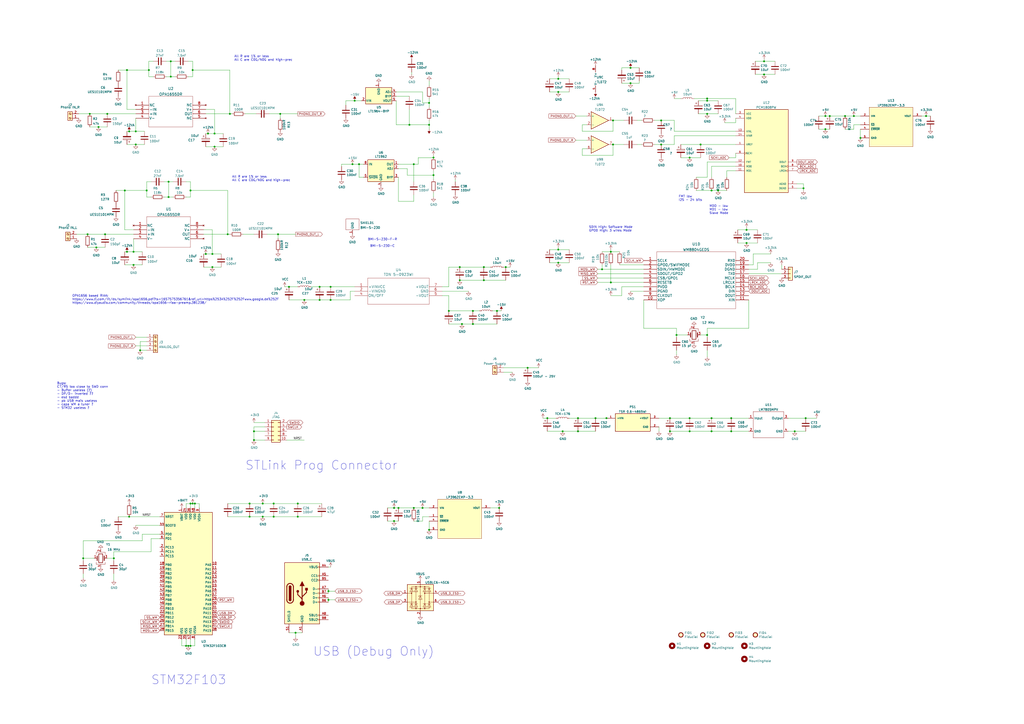
<source format=kicad_sch>
(kicad_sch (version 20211123) (generator eeschema)
  (paper "A2")
  (junction (at 466.09 109.22))
  (junction (at 172.72 292.1))
  (junction (at 86.36 40.64))
  (junction (at 392.43 194.31))
  (junction (at 109.22 374.65))
  (junction (at 62.23 66.04))
  (junction (at 266.7 162.56))
  (junction (at 185.42 166.37))
  (junction (at 97.79 114.3))
  (junction (at 97.79 105.41))
  (junction (at 400.05 250.19))
  (junction (at 326.39 250.19))
  (junction (at 123.19 154.94))
  (junction (at 171.45 367.03))
  (junction (at 158.75 299.72))
  (junction (at 66.04 323.85))
  (junction (at 274.32 180.34))
  (junction (at 110.49 374.65))
  (junction (at 293.37 154.94))
  (junction (at 280.67 154.94))
  (junction (at 383.54 83.82))
  (junction (at 185.42 173.99))
  (junction (at 152.4 299.72))
  (junction (at 132.08 135.89))
  (junction (at 481.33 67.31))
  (junction (at 323.85 152.4))
  (junction (at 306.07 213.36))
  (junction (at 335.28 250.19))
  (junction (at 152.4 292.1))
  (junction (at 266.7 154.94))
  (junction (at 260.35 180.34))
  (junction (at 289.56 294.64))
  (junction (at 123.19 147.32))
  (junction (at 161.29 135.89))
  (junction (at 478.79 74.93))
  (junction (at 412.75 110.49))
  (junction (at 410.21 66.04))
  (junction (at 349.25 156.21))
  (junction (at 162.56 66.04))
  (junction (at 412.75 250.19))
  (junction (at 251.46 101.6))
  (junction (at 176.53 173.99))
  (junction (at 365.76 39.37))
  (junction (at 110.49 292.1))
  (junction (at 72.39 110.49))
  (junction (at 228.6 302.26))
  (junction (at 172.72 299.72))
  (junction (at 240.03 294.64))
  (junction (at 204.47 95.25))
  (junction (at 490.22 67.31))
  (junction (at 443.23 35.56))
  (junction (at 245.11 294.64))
  (junction (at 81.28 203.2))
  (junction (at 248.92 59.69))
  (junction (at 412.75 242.57))
  (junction (at 124.46 85.09))
  (junction (at 478.79 67.31))
  (junction (at 406.4 83.82))
  (junction (at 274.32 187.96))
  (junction (at 120.65 77.47))
  (junction (at 267.97 187.96))
  (junction (at 190.5 342.9))
  (junction (at 237.49 72.39))
  (junction (at 48.26 323.85))
  (junction (at 416.56 110.49))
  (junction (at 50.8 135.89))
  (junction (at 147.32 255.27))
  (junction (at 78.74 76.2))
  (junction (at 335.28 242.57))
  (junction (at 52.07 66.04))
  (junction (at 433.07 133.35))
  (junction (at 288.29 180.34))
  (junction (at 77.47 146.05))
  (junction (at 323.85 45.72))
  (junction (at 240.03 95.25))
  (junction (at 113.03 292.1))
  (junction (at 443.23 43.18))
  (junction (at 144.78 299.72))
  (junction (at 99.06 35.56))
  (junction (at 107.95 374.65))
  (junction (at 158.75 292.1))
  (junction (at 433.07 140.97))
  (junction (at 144.78 292.1))
  (junction (at 388.62 242.57))
  (junction (at 147.32 250.19))
  (junction (at 167.64 166.37))
  (junction (at 355.6 83.82))
  (junction (at 400.05 242.57))
  (junction (at 251.46 91.44))
  (junction (at 228.6 294.64))
  (junction (at 537.21 67.31))
  (junction (at 467.36 242.57))
  (junction (at 410.21 58.42))
  (junction (at 323.85 144.78))
  (junction (at 248.92 72.39))
  (junction (at 73.66 146.05))
  (junction (at 323.85 53.34))
  (junction (at 57.15 73.66))
  (junction (at 495.3 67.31))
  (junction (at 461.01 250.19))
  (junction (at 351.79 242.57))
  (junction (at 73.66 40.64))
  (junction (at 124.46 77.47))
  (junction (at 78.74 83.82))
  (junction (at 383.54 69.85))
  (junction (at 388.62 250.19))
  (junction (at 231.14 294.64))
  (junction (at 317.5 242.57))
  (junction (at 410.21 194.31))
  (junction (at 191.77 173.99))
  (junction (at 111.76 292.1))
  (junction (at 60.96 135.89))
  (junction (at 280.67 162.56))
  (junction (at 111.76 40.64))
  (junction (at 345.44 242.57))
  (junction (at 208.28 95.25))
  (junction (at 190.5 347.98))
  (junction (at 355.6 69.85))
  (junction (at 74.93 76.2))
  (junction (at 99.06 44.45))
  (junction (at 110.49 110.49))
  (junction (at 191.77 166.37))
  (junction (at 499.11 80.01))
  (junction (at 400.05 91.44))
  (junction (at 133.35 66.04))
  (junction (at 74.93 299.72))
  (junction (at 354.33 146.05))
  (junction (at 365.76 48.26))
  (junction (at 424.18 242.57))
  (junction (at 85.09 110.49))
  (junction (at 424.18 250.19))
  (junction (at 77.47 153.67))
  (junction (at 248.92 307.34))
  (junction (at 354.33 163.83))
  (junction (at 55.88 143.51))
  (junction (at 205.74 58.42))
  (junction (at 119.38 147.32))
  (junction (at 410.21 57.15))
  (wire (pts (xy 392.43 190.5) (xy 373.38 190.5)))
  (wire (pts (xy 73.66 40.64) (xy 73.66 63.5)))
  (wire (pts (xy 278.13 180.34) (xy 274.32 180.34)))
  (wire (pts (xy 124.46 85.09) (xy 129.54 85.09)))
  (wire (pts (xy 147.32 247.65) (xy 147.32 250.19)))
  (wire (pts (xy 96.52 35.56) (xy 99.06 35.56)))
  (wire (pts (xy 113.03 292.1) (xy 115.57 292.1)))
  (wire (pts (xy 132.08 299.72) (xy 144.78 299.72)))
  (wire (pts (xy 73.66 146.05) (xy 77.47 146.05)))
  (wire (pts (xy 205.74 168.91) (xy 203.2 168.91)))
  (wire (pts (xy 290.83 180.34) (xy 288.29 180.34)))
  (wire (pts (xy 365.76 48.26) (xy 370.84 48.26)))
  (wire (pts (xy 242.57 91.44) (xy 242.57 95.25)))
  (wire (pts (xy 224.79 302.26) (xy 228.6 302.26)))
  (wire (pts (xy 204.47 95.25) (xy 208.28 95.25)))
  (wire (pts (xy 161.29 135.89) (xy 171.45 135.89)))
  (wire (pts (xy 119.38 147.32) (xy 123.19 147.32)))
  (wire (pts (xy 81.28 198.12) (xy 81.28 203.2)))
  (wire (pts (xy 72.39 110.49) (xy 85.09 110.49)))
  (wire (pts (xy 107.95 105.41) (xy 110.49 105.41)))
  (wire (pts (xy 260.35 154.94) (xy 266.7 154.94)))
  (wire (pts (xy 77.47 153.67) (xy 82.55 153.67)))
  (wire (pts (xy 466.09 109.22) (xy 466.09 110.49)))
  (wire (pts (xy 198.12 95.25) (xy 198.12 96.52)))
  (wire (pts (xy 256.54 166.37) (xy 260.35 166.37)))
  (wire (pts (xy 97.79 105.41) (xy 100.33 105.41)))
  (wire (pts (xy 73.66 76.2) (xy 74.93 76.2)))
  (wire (pts (xy 490.22 67.31) (xy 495.3 67.31)))
  (wire (pts (xy 443.23 43.18) (xy 449.58 43.18)))
  (wire (pts (xy 132.08 110.49) (xy 110.49 110.49)))
  (wire (pts (xy 88.9 35.56) (xy 86.36 35.56)))
  (wire (pts (xy 119.38 63.5) (xy 124.46 63.5)))
  (wire (pts (xy 144.78 292.1) (xy 132.08 292.1)))
  (wire (pts (xy 314.96 242.57) (xy 317.5 242.57)))
  (wire (pts (xy 337.82 72.39) (xy 337.82 76.2)))
  (wire (pts (xy 392.43 194.31) (xy 398.78 194.31)))
  (wire (pts (xy 245.11 302.26) (xy 240.03 302.26)))
  (wire (pts (xy 113.03 294.64) (xy 113.03 292.1)))
  (wire (pts (xy 410.21 203.2) (xy 410.21 207.01)))
  (wire (pts (xy 434.34 190.5) (xy 410.21 190.5)))
  (wire (pts (xy 436.88 147.32) (xy 436.88 153.67)))
  (wire (pts (xy 119.38 77.47) (xy 120.65 77.47)))
  (wire (pts (xy 422.91 91.44) (xy 426.72 91.44)))
  (wire (pts (xy 495.3 67.31) (xy 499.11 67.31)))
  (wire (pts (xy 110.49 114.3) (xy 107.95 114.3)))
  (wire (pts (xy 349.25 146.05) (xy 354.33 146.05)))
  (wire (pts (xy 147.32 250.19) (xy 153.67 250.19)))
  (wire (pts (xy 161.29 135.89) (xy 161.29 138.43)))
  (wire (pts (xy 337.82 76.2) (xy 355.6 76.2)))
  (wire (pts (xy 66.04 320.04) (xy 66.04 323.85)))
  (wire (pts (xy 52.07 73.66) (xy 57.15 73.66)))
  (wire (pts (xy 82.55 309.88) (xy 82.55 313.69)))
  (wire (pts (xy 248.92 72.39) (xy 248.92 74.93)))
  (wire (pts (xy 402.59 57.15) (xy 410.21 57.15)))
  (wire (pts (xy 167.64 367.03) (xy 171.45 367.03)))
  (wire (pts (xy 147.32 250.19) (xy 147.32 255.27)))
  (wire (pts (xy 237.49 63.5) (xy 237.49 72.39)))
  (wire (pts (xy 360.68 48.26) (xy 365.76 48.26)))
  (wire (pts (xy 499.11 72.39) (xy 495.3 72.39)))
  (wire (pts (xy 118.11 154.94) (xy 123.19 154.94)))
  (wire (pts (xy 152.4 292.1) (xy 144.78 292.1)))
  (wire (pts (xy 78.74 68.58) (xy 78.74 76.2)))
  (wire (pts (xy 340.36 72.39) (xy 337.82 72.39)))
  (wire (pts (xy 433.07 140.97) (xy 439.42 140.97)))
  (wire (pts (xy 82.55 313.69) (xy 48.26 313.69)))
  (wire (pts (xy 403.86 110.49) (xy 412.75 110.49)))
  (wire (pts (xy 337.82 90.17) (xy 355.6 90.17)))
  (wire (pts (xy 186.69 299.72) (xy 172.72 299.72)))
  (wire (pts (xy 172.72 292.1) (xy 158.75 292.1)))
  (wire (pts (xy 323.85 45.72) (xy 318.77 45.72)))
  (wire (pts (xy 86.36 35.56) (xy 86.36 40.64)))
  (wire (pts (xy 50.8 135.89) (xy 60.96 135.89)))
  (wire (pts (xy 190.5 347.98) (xy 190.5 346.71)))
  (wire (pts (xy 110.49 370.84) (xy 110.49 374.65)))
  (wire (pts (xy 438.15 35.56) (xy 443.23 35.56)))
  (wire (pts (xy 95.25 105.41) (xy 97.79 105.41)))
  (wire (pts (xy 231.14 95.25) (xy 240.03 95.25)))
  (wire (pts (xy 240.03 116.84) (xy 231.14 116.84)))
  (wire (pts (xy 534.67 67.31) (xy 537.21 67.31)))
  (wire (pts (xy 351.79 242.57) (xy 353.06 242.57)))
  (wire (pts (xy 240.03 113.03) (xy 240.03 116.84)))
  (wire (pts (xy 410.21 57.15) (xy 410.21 58.42)))
  (wire (pts (xy 87.63 105.41) (xy 85.09 105.41)))
  (wire (pts (xy 167.64 166.37) (xy 172.72 166.37)))
  (wire (pts (xy 52.07 66.04) (xy 62.23 66.04)))
  (wire (pts (xy 400.05 250.19) (xy 412.75 250.19)))
  (wire (pts (xy 274.32 187.96) (xy 267.97 187.96)))
  (wire (pts (xy 284.48 294.64) (xy 289.56 294.64)))
  (wire (pts (xy 410.21 93.98) (xy 410.21 102.87)))
  (wire (pts (xy 439.42 152.4) (xy 439.42 156.21)))
  (wire (pts (xy 110.49 374.65) (xy 113.03 374.65)))
  (wire (pts (xy 421.64 99.06) (xy 421.64 102.87)))
  (wire (pts (xy 45.72 66.04) (xy 52.07 66.04)))
  (wire (pts (xy 274.32 187.96) (xy 288.29 187.96)))
  (wire (pts (xy 198.12 95.25) (xy 204.47 95.25)))
  (wire (pts (xy 72.39 110.49) (xy 72.39 133.35)))
  (wire (pts (xy 392.43 190.5) (xy 392.43 194.31)))
  (wire (pts (xy 412.75 242.57) (xy 424.18 242.57)))
  (wire (pts (xy 67.31 110.49) (xy 72.39 110.49)))
  (wire (pts (xy 191.77 328.93) (xy 190.5 328.93)))
  (wire (pts (xy 474.98 74.93) (xy 478.79 74.93)))
  (wire (pts (xy 495.3 74.93) (xy 490.22 74.93)))
  (wire (pts (xy 229.87 72.39) (xy 237.49 72.39)))
  (wire (pts (xy 92.71 312.42) (xy 87.63 312.42)))
  (wire (pts (xy 228.6 302.26) (xy 231.14 302.26)))
  (wire (pts (xy 288.29 180.34) (xy 285.75 180.34)))
  (wire (pts (xy 334.01 67.31) (xy 340.36 67.31)))
  (wire (pts (xy 360.68 39.37) (xy 365.76 39.37)))
  (wire (pts (xy 406.4 83.82) (xy 426.72 83.82)))
  (wire (pts (xy 171.45 369.57) (xy 171.45 367.03)))
  (wire (pts (xy 48.26 332.74) (xy 48.26 335.28)))
  (wire (pts (xy 48.26 313.69) (xy 48.26 323.85)))
  (wire (pts (xy 110.49 292.1) (xy 111.76 292.1)))
  (wire (pts (xy 426.72 88.9) (xy 426.72 91.44)))
  (wire (pts (xy 95.25 114.3) (xy 97.79 114.3)))
  (wire (pts (xy 383.54 69.85) (xy 391.16 69.85)))
  (wire (pts (xy 379.73 69.85) (xy 383.54 69.85)))
  (wire (pts (xy 412.75 110.49) (xy 416.56 110.49)))
  (wire (pts (xy 354.33 163.83) (xy 373.38 163.83)))
  (wire (pts (xy 478.79 67.31) (xy 481.33 67.31)))
  (wire (pts (xy 132.08 135.89) (xy 133.35 135.89)))
  (wire (pts (xy 251.46 90.17) (xy 251.46 91.44)))
  (wire (pts (xy 152.4 299.72) (xy 158.75 299.72)))
  (wire (pts (xy 124.46 77.47) (xy 129.54 77.47)))
  (wire (pts (xy 293.37 154.94) (xy 295.91 154.94)))
  (wire (pts (xy 478.79 74.93) (xy 481.33 74.93)))
  (wire (pts (xy 427.99 140.97) (xy 433.07 140.97)))
  (wire (pts (xy 44.45 135.89) (xy 50.8 135.89)))
  (wire (pts (xy 280.67 154.94) (xy 266.7 154.94)))
  (wire (pts (xy 97.79 105.41) (xy 97.79 114.3)))
  (wire (pts (xy 260.35 171.45) (xy 260.35 180.34)))
  (wire (pts (xy 191.77 173.99) (xy 203.2 173.99)))
  (wire (pts (xy 68.58 40.64) (xy 73.66 40.64)))
  (wire (pts (xy 271.78 168.91) (xy 256.54 168.91)))
  (wire (pts (xy 154.94 135.89) (xy 161.29 135.89)))
  (wire (pts (xy 326.39 250.19) (xy 335.28 250.19)))
  (wire (pts (xy 248.92 46.99) (xy 248.92 49.53)))
  (wire (pts (xy 335.28 242.57) (xy 345.44 242.57)))
  (wire (pts (xy 124.46 63.5) (xy 124.46 77.47)))
  (wire (pts (xy 99.06 35.56) (xy 99.06 44.45)))
  (wire (pts (xy 186.69 292.1) (xy 172.72 292.1)))
  (wire (pts (xy 191.77 166.37) (xy 205.74 166.37)))
  (wire (pts (xy 110.49 110.49) (xy 110.49 114.3)))
  (wire (pts (xy 406.4 194.31) (xy 410.21 194.31)))
  (wire (pts (xy 133.35 40.64) (xy 111.76 40.64)))
  (wire (pts (xy 264.16 104.14) (xy 264.16 105.41)))
  (wire (pts (xy 190.5 342.9) (xy 190.5 344.17)))
  (wire (pts (xy 118.11 147.32) (xy 119.38 147.32)))
  (wire (pts (xy 391.16 57.15) (xy 394.97 57.15)))
  (wire (pts (xy 111.76 35.56) (xy 111.76 40.64)))
  (wire (pts (xy 96.52 44.45) (xy 99.06 44.45)))
  (wire (pts (xy 410.21 194.31) (xy 410.21 195.58)))
  (wire (pts (xy 68.58 299.72) (xy 74.93 299.72)))
  (wire (pts (xy 360.68 166.37) (xy 360.68 171.45)))
  (wire (pts (xy 447.04 152.4) (xy 439.42 152.4)))
  (wire (pts (xy 118.11 133.35) (xy 123.19 133.35)))
  (wire (pts (xy 383.54 83.82) (xy 391.16 83.82)))
  (wire (pts (xy 111.76 40.64) (xy 111.76 44.45)))
  (wire (pts (xy 323.85 44.45) (xy 323.85 45.72)))
  (wire (pts (xy 72.39 146.05) (xy 73.66 146.05)))
  (wire (pts (xy 109.22 35.56) (xy 111.76 35.56)))
  (wire (pts (xy 205.74 58.42) (xy 209.55 58.42)))
  (wire (pts (xy 335.28 250.19) (xy 345.44 250.19)))
  (wire (pts (xy 405.13 66.04) (xy 410.21 66.04)))
  (wire (pts (xy 238.76 41.91) (xy 238.76 43.18)))
  (wire (pts (xy 467.36 242.57) (xy 473.71 242.57)))
  (wire (pts (xy 457.2 250.19) (xy 461.01 250.19)))
  (wire (pts (xy 229.87 58.42) (xy 229.87 72.39)))
  (wire (pts (xy 176.53 173.99) (xy 185.42 173.99)))
  (wire (pts (xy 345.44 242.57) (xy 351.79 242.57)))
  (wire (pts (xy 81.28 203.2) (xy 85.09 203.2)))
  (wire (pts (xy 99.06 44.45) (xy 101.6 44.45)))
  (wire (pts (xy 462.28 109.22) (xy 466.09 109.22)))
  (wire (pts (xy 330.2 45.72) (xy 323.85 45.72)))
  (wire (pts (xy 78.74 63.5) (xy 73.66 63.5)))
  (wire (pts (xy 391.16 78.74) (xy 426.72 78.74)))
  (wire (pts (xy 416.56 110.49) (xy 421.64 110.49)))
  (wire (pts (xy 405.13 58.42) (xy 410.21 58.42)))
  (wire (pts (xy 50.8 143.51) (xy 55.88 143.51)))
  (wire (pts (xy 132.08 135.89) (xy 132.08 110.49)))
  (wire (pts (xy 245.11 53.34) (xy 245.11 59.69)))
  (wire (pts (xy 99.06 35.56) (xy 101.6 35.56)))
  (wire (pts (xy 391.16 76.2) (xy 391.16 69.85)))
  (wire (pts (xy 245.11 294.64) (xy 248.92 294.64)))
  (wire (pts (xy 200.66 58.42) (xy 200.66 60.96)))
  (wire (pts (xy 410.21 190.5) (xy 410.21 194.31)))
  (wire (pts (xy 284.48 154.94) (xy 280.67 154.94)))
  (wire (pts (xy 119.38 85.09) (xy 124.46 85.09)))
  (wire (pts (xy 317.5 242.57) (xy 322.58 242.57)))
  (wire (pts (xy 355.6 69.85) (xy 361.95 69.85)))
  (wire (pts (xy 388.62 250.19) (xy 400.05 250.19)))
  (wire (pts (xy 394.97 83.82) (xy 406.4 83.82)))
  (wire (pts (xy 78.74 195.58) (xy 85.09 195.58)))
  (wire (pts (xy 77.47 138.43) (xy 77.47 146.05)))
  (wire (pts (xy 115.57 292.1) (xy 115.57 294.64)))
  (wire (pts (xy 240.03 95.25) (xy 240.03 105.41)))
  (wire (pts (xy 251.46 101.6) (xy 251.46 104.14)))
  (wire (pts (xy 438.15 43.18) (xy 443.23 43.18)))
  (wire (pts (xy 292.1 215.9) (xy 297.18 215.9)))
  (wire (pts (xy 373.38 166.37) (xy 360.68 166.37)))
  (wire (pts (xy 318.77 144.78) (xy 323.85 144.78)))
  (wire (pts (xy 111.76 44.45) (xy 109.22 44.45)))
  (wire (pts (xy 260.35 166.37) (xy 260.35 154.94)))
  (wire (pts (xy 110.49 294.64) (xy 110.49 292.1)))
  (wire (pts (xy 105.41 374.65) (xy 107.95 374.65)))
  (wire (pts (xy 236.22 101.6) (xy 251.46 101.6)))
  (wire (pts (xy 74.93 299.72) (xy 92.71 299.72)))
  (wire (pts (xy 436.88 153.67) (xy 434.34 153.67)))
  (wire (pts (xy 392.43 195.58) (xy 392.43 194.31)))
  (wire (pts (xy 245.11 59.69) (xy 248.92 59.69)))
  (wire (pts (xy 156.21 66.04) (xy 162.56 66.04)))
  (wire (pts (xy 133.35 66.04) (xy 133.35 40.64)))
  (wire (pts (xy 391.16 78.74) (xy 391.16 83.82)))
  (wire (pts (xy 462.28 106.68) (xy 466.09 106.68)))
  (wire (pts (xy 349.25 153.67) (xy 349.25 156.21)))
  (wire (pts (xy 85.09 110.49) (xy 85.09 114.3)))
  (wire (pts (xy 97.79 114.3) (xy 100.33 114.3)))
  (wire (pts (xy 267.97 187.96) (xy 260.35 187.96)))
  (wire (pts (xy 346.71 161.29) (xy 373.38 161.29)))
  (wire (pts (xy 248.92 59.69) (xy 248.92 57.15)))
  (wire (pts (xy 424.18 242.57) (xy 434.34 242.57)))
  (wire (pts (xy 340.36 86.36) (xy 337.82 86.36)))
  (wire (pts (xy 55.88 143.51) (xy 60.96 143.51)))
  (wire (pts (xy 355.6 90.17) (xy 355.6 83.82)))
  (wire (pts (xy 346.71 156.21) (xy 349.25 156.21)))
  (wire (pts (xy 330.2 53.34) (xy 323.85 53.34)))
  (wire (pts (xy 433.07 133.35) (xy 439.42 133.35)))
  (wire (pts (xy 85.09 114.3) (xy 87.63 114.3)))
  (wire (pts (xy 410.21 57.15) (xy 426.72 57.15)))
  (wire (pts (xy 87.63 312.42) (xy 87.63 320.04)))
  (wire (pts (xy 167.64 173.99) (xy 176.53 173.99)))
  (wire (pts (xy 109.22 374.65) (xy 110.49 374.65)))
  (wire (pts (xy 190.5 341.63) (xy 190.5 342.9)))
  (wire (pts (xy 391.16 76.2) (xy 426.72 76.2)))
  (wire (pts (xy 240.03 294.64) (xy 245.11 294.64)))
  (wire (pts (xy 400.05 242.57) (xy 412.75 242.57)))
  (wire (pts (xy 176.53 255.27) (xy 166.37 255.27)))
  (wire (pts (xy 224.79 294.64) (xy 228.6 294.64)))
  (wire (pts (xy 318.77 152.4) (xy 323.85 152.4)))
  (wire (pts (xy 369.57 69.85) (xy 372.11 69.85)))
  (wire (pts (xy 73.66 83.82) (xy 78.74 83.82)))
  (wire (pts (xy 185.42 173.99) (xy 191.77 173.99)))
  (wire (pts (xy 400.05 91.44) (xy 406.4 91.44)))
  (wire (pts (xy 410.21 66.04) (xy 416.56 66.04)))
  (wire (pts (xy 144.78 299.72) (xy 152.4 299.72)))
  (wire (pts (xy 443.23 35.56) (xy 449.58 35.56)))
  (wire (pts (xy 119.38 66.04) (xy 133.35 66.04)))
  (wire (pts (xy 439.42 156.21) (xy 434.34 156.21)))
  (wire (pts (xy 499.11 74.93) (xy 499.11 80.01)))
  (wire (pts (xy 251.46 91.44) (xy 242.57 91.44)))
  (wire (pts (xy 147.32 255.27) (xy 153.67 255.27)))
  (wire (pts (xy 107.95 370.84) (xy 107.95 374.65)))
  (wire (pts (xy 92.71 309.88) (xy 82.55 309.88)))
  (wire (pts (xy 434.34 250.19) (xy 424.18 250.19)))
  (wire (pts (xy 369.57 83.82) (xy 372.11 83.82)))
  (wire (pts (xy 240.03 95.25) (xy 242.57 95.25)))
  (wire (pts (xy 251.46 99.06) (xy 251.46 101.6)))
  (wire (pts (xy 200.66 58.42) (xy 205.74 58.42)))
  (wire (pts (xy 537.21 67.31) (xy 539.75 67.31)))
  (wire (pts (xy 142.24 66.04) (xy 148.59 66.04)))
  (wire (pts (xy 158.75 299.72) (xy 172.72 299.72)))
  (wire (pts (xy 120.65 77.47) (xy 124.46 77.47)))
  (wire (pts (xy 208.28 102.87) (xy 208.28 95.25)))
  (wire (pts (xy 237.49 72.39) (xy 248.92 72.39)))
  (wire (pts (xy 229.87 53.34) (xy 245.11 53.34)))
  (wire (pts (xy 208.28 95.25) (xy 210.82 95.25)))
  (wire (pts (xy 231.14 102.87) (xy 231.14 116.84)))
  (wire (pts (xy 365.76 168.91) (xy 373.38 168.91)))
  (wire (pts (xy 337.82 86.36) (xy 337.82 90.17)))
  (wire (pts (xy 426.72 68.58) (xy 426.72 71.12)))
  (wire (pts (xy 123.19 154.94) (xy 128.27 154.94)))
  (wire (pts (xy 426.72 71.12) (xy 420.37 71.12)))
  (wire (pts (xy 85.09 105.41) (xy 85.09 110.49)))
  (wire (pts (xy 248.92 59.69) (xy 248.92 62.23)))
  (wire (pts (xy 382.27 242.57) (xy 388.62 242.57)))
  (wire (pts (xy 107.95 294.64) (xy 107.95 292.1)))
  (wire (pts (xy 260.35 180.34) (xy 274.32 180.34)))
  (wire (pts (xy 133.35 66.04) (xy 134.62 66.04)))
  (wire (pts (xy 248.92 299.72) (xy 245.11 299.72)))
  (wire (pts (xy 306.07 213.36) (xy 312.42 213.36)))
  (wire (pts (xy 323.85 152.4) (xy 330.2 152.4)))
  (wire (pts (xy 66.04 320.04) (xy 87.63 320.04)))
  (wire (pts (xy 203.2 168.91) (xy 203.2 173.99)))
  (wire (pts (xy 78.74 304.8) (xy 92.71 304.8)))
  (wire (pts (xy 78.74 83.82) (xy 83.82 83.82)))
  (wire (pts (xy 107.95 292.1) (xy 110.49 292.1)))
  (wire (pts (xy 256.54 171.45) (xy 260.35 171.45)))
  (wire (pts (xy 434.34 158.75) (xy 453.39 158.75)))
  (wire (pts (xy 474.98 67.31) (xy 478.79 67.31)))
  (wire (pts (xy 330.2 242.57) (xy 335.28 242.57)))
  (wire (pts (xy 77.47 133.35) (xy 72.39 133.35)))
  (wire (pts (xy 105.41 370.84) (xy 105.41 374.65)))
  (wire (pts (xy 461.01 250.19) (xy 467.36 250.19)))
  (wire (pts (xy 346.71 158.75) (xy 373.38 158.75)))
  (wire (pts (xy 373.38 190.5) (xy 373.38 173.99)))
  (wire (pts (xy 57.15 73.66) (xy 62.23 73.66)))
  (wire (pts (xy 147.32 245.11) (xy 153.67 245.11)))
  (wire (pts (xy 110.49 105.41) (xy 110.49 110.49)))
  (wire (pts (xy 66.04 323.85) (xy 66.04 325.12)))
  (wire (pts (xy 60.96 135.89) (xy 77.47 135.89)))
  (wire (pts (xy 180.34 166.37) (xy 185.42 166.37)))
  (wire (pts (xy 334.01 81.28) (xy 340.36 81.28)))
  (wire (pts (xy 427.99 133.35) (xy 433.07 133.35)))
  (wire (pts (xy 412.75 250.19) (xy 424.18 250.19)))
  (wire (pts (xy 443.23 34.29) (xy 443.23 35.56)))
  (wire (pts (xy 359.41 153.67) (xy 373.38 153.67)))
  (wire (pts (xy 118.11 135.89) (xy 132.08 135.89)))
  (wire (pts (xy 354.33 144.78) (xy 354.33 146.05)))
  (wire (pts (xy 78.74 200.66) (xy 85.09 200.66)))
  (wire (pts (xy 280.67 162.56) (xy 293.37 162.56)))
  (wire (pts (xy 73.66 40.64) (xy 86.36 40.64)))
  (wire (pts (xy 245.11 299.72) (xy 245.11 302.26)))
  (wire (pts (xy 382.27 247.65) (xy 382.27 250.19)))
  (wire (pts (xy 433.07 132.08) (xy 433.07 133.35)))
  (wire (pts (xy 77.47 146.05) (xy 82.55 146.05)))
  (wire (pts (xy 292.1 213.36) (xy 306.07 213.36)))
  (wire (pts (xy 74.93 76.2) (xy 78.74 76.2)))
  (wire (pts (xy 426.72 57.15) (xy 426.72 66.04)))
  (wire (pts (xy 162.56 66.04) (xy 162.56 68.58)))
  (wire (pts (xy 379.73 83.82) (xy 383.54 83.82)))
  (wire (pts (xy 158.75 292.1) (xy 152.4 292.1)))
  (wire (pts (xy 171.45 367.03) (xy 175.26 367.03)))
  (wire (pts (xy 400.05 242.57) (xy 388.62 242.57)))
  (wire (pts (xy 248.92 302.26) (xy 248.92 307.34)))
  (wire (pts (xy 123.19 133.35) (xy 123.19 147.32)))
  (wire (pts (xy 140.97 135.89) (xy 147.32 135.89)))
  (wire (pts (xy 86.36 44.45) (xy 88.9 44.45)))
  (wire (pts (xy 111.76 292.1) (xy 113.03 292.1)))
  (wire (pts (xy 457.2 242.57) (xy 467.36 242.57)))
  (wire (pts (xy 434.34 173.99) (xy 434.34 190.5)))
  (wire (pts (xy 240.03 294.64) (xy 231.14 294.64)))
  (wire (pts (xy 293.37 154.94) (xy 292.1 154.94)))
  (wire (pts (xy 410.21 58.42) (xy 416.56 58.42)))
  (wire (pts (xy 412.75 96.52) (xy 412.75 102.87)))
  (wire (pts (xy 113.03 374.65) (xy 113.03 370.84)))
  (wire (pts (xy 453.39 153.67) (xy 453.39 156.21)))
  (wire (pts (xy 147.32 247.65) (xy 153.67 247.65)))
  (wire (pts (xy 251.46 111.76) (xy 251.46 114.3)))
  (wire (pts (xy 229.87 55.88) (xy 237.49 55.88)))
  (wire (pts (xy 410.21 102.87) (xy 403.86 102.87)))
  (wire (pts (xy 323.85 53.34) (xy 318.77 53.34)))
  (wire (pts (xy 355.6 76.2) (xy 355.6 69.85)))
  (wire (pts (xy 162.56 66.04) (xy 172.72 66.04)))
  (wire (pts (xy 495.3 72.39) (xy 495.3 74.93)))
  (wire (pts (xy 349.25 156.21) (xy 373.38 156.21)))
  (wire (pts (xy 490.22 67.31) (xy 481.33 67.31)))
  (wire (pts (xy 194.31 342.9) (xy 190.5 342.9)))
  (wire (pts (xy 210.82 102.87) (xy 208.28 102.87)))
  (wire (pts (xy 107.95 374.65) (xy 109.22 374.65)))
  (wire (pts (xy 236.22 97.79) (xy 236.22 101.6)))
  (wire (pts (xy 355.6 83.82) (xy 361.95 83.82)))
  (wire (pts (xy 123.19 147.32) (xy 128.27 147.32)))
  (wire (pts (xy 66.04 332.74) (xy 66.04 336.55)))
  (wire (pts (xy 86.36 40.64) (xy 86.36 44.45)))
  (wire (pts (xy 394.97 91.44) (xy 400.05 91.44)))
  (wire (pts (xy 346.71 163.83) (xy 354.33 163.83)))
  (wire (pts (xy 323.85 143.51) (xy 323.85 144.78)))
  (wire (pts (xy 228.6 294.64) (xy 231.14 294.64)))
  (wire (pts (xy 447.04 147.32) (xy 436.88 147.32)))
  (wire (pts (xy 194.31 347.98) (xy 190.5 347.98)))
  (wire (pts (xy 370.84 46.99) (xy 370.84 48.26)))
  (wire (pts (xy 248.92 69.85) (xy 248.92 72.39)))
  (wire (pts (xy 323.85 144.78) (xy 330.2 144.78)))
  (wire (pts (xy 190.5 349.25) (xy 190.5 347.98)))
  (wire (pts (xy 85.09 198.12) (xy 81.28 198.12)))
  (wire (pts (xy 426.72 99.06) (xy 421.64 99.06)))
  (wire (pts (xy 78.74 76.2) (xy 83.82 76.2)))
  (wire (pts (xy 266.7 162.56) (xy 280.67 162.56)))
  (wire (pts (xy 62.23 66.04) (xy 78.74 66.04)))
  (wire (pts (xy 392.43 203.2) (xy 392.43 205.74)))
  (wire (pts (xy 231.14 97.79) (xy 236.22 97.79)))
  (wire (pts (xy 48.26 325.12) (xy 48.26 323.85)))
  (wire (pts (xy 354.33 146.05) (xy 359.41 146.05)))
  (wire (pts (xy 426.72 93.98) (xy 410.21 93.98)))
  (wire (pts (xy 360.68 40.64) (xy 360.68 39.37)))
  (wire (pts (xy 165.1 166.37) (xy 167.64 166.37)))
  (wire (pts (xy 365.76 39.37) (xy 370.84 39.37)))
  (wire (pts (xy 354.33 153.67) (xy 354.33 163.83)))
  (wire (pts (xy 72.39 153.67) (xy 77.47 153.67)))
  (wire (pts (xy 62.23 323.85) (xy 66.04 323.85)))
  (wire (pts (xy 48.26 323.85) (xy 54.61 323.85)))
  (wire (pts (xy 466.09 106.68) (xy 466.09 109.22)))
  (wire (pts (xy 426.72 96.52) (xy 412.75 96.52)))
  (wire (pts (xy 360.68 171.45) (xy 354.33 171.45)))
  (wire (pts (xy 185.42 166.37) (xy 191.77 166.37)))
  (wire (pts (xy 317.5 250.19) (xy 326.39 250.19)))
  (text "SDIN High: Software Mode\nGPO0 High: 3 wires Mode" (at 341.63 134.62 0) (effects (font (size 1.27 1.27)) (justify left bottom)))
  (text "OPA1656 based RIAA:\nhttps://www.ti.com/lit/ds/symlink/opa1656.pdf?ts=1657575356761&ref_url=https%253A%252F%252Fwww.google.de%252F\nhttps://www.diyaudio.com/community/threads/opa1656-riaa-preamp.381238/\n" (at 41.91 176.53 0) (effects (font (size 1.27 1.27)) (justify left bottom)))
  (text "BMI-S-230-C" (at 214.63 143.51 0) (effects (font (size 1.27 1.27)) (justify left bottom)))
  (text "STM32F103" (at 87.63 397.51 0) (effects (font (size 5.1308 5.1308)) (justify left bottom)))
  (text "All R are 1% or less\nAll C are C0G/N0G and high-prec" (at 134.62 105.41 0) (effects (font (size 1.27 1.27)) (justify left bottom)))
  (text "Bugs: \nC7/R5 too close to SWD conn\n- Buffer useless (?)\n- DP/D- inverted ??\n- esd baddd\n- pb USB mais useless\n- capa WM a tuner ?\n- STM32 useless ?" (at 33.02 237.49 0) (effects (font (size 1.27 1.27)) (justify left bottom)))
  (text "FMT low\nI2S - 24 bits" (at 393.7 116.84 0) (effects (font (size 1.27 1.27)) (justify left bottom)))
  (text "USB (Debug Only)" (at 181.61 381 0) (effects (font (size 5.1308 5.1308)) (justify left bottom)))
  (text "MDO - low\nMD1 - low\nSlave Mode" (at 411.48 124.46 0) (effects (font (size 1.27 1.27)) (justify left bottom)))
  (text "All R are 1% or less\nAll C are C0G/N0G and high-prec" (at 135.89 35.56 0) (effects (font (size 1.27 1.27)) (justify left bottom)))
  (text "\nBMI-S-230-F-R" (at 213.36 139.7 0) (effects (font (size 1.27 1.27)) (justify left bottom)))
  (text "STLink Prog Connector" (at 142.24 273.05 0) (effects (font (size 5.1308 5.1308)) (justify left bottom)))
  (label "NRST" (at 170.18 255.27 0))
  (label "NRST" (at 82.55 299.72 0))
  (global_label "USB_D_ESD-" (shape bidirectional) (at 194.31 342.9 0) (property "Intersheet References" "${INTERSHEET_REFS}" (effects hide)))
  (global_label "USB_D_ESD+" (shape bidirectional) (at 254 349.25 0) (property "Intersheet References" "${INTERSHEET_REFS}" (effects hide)))
  (global_label "SCLK_WM" (shape input) (at 92.71 360.68 180) (property "Intersheet References" "${INTERSHEET_REFS}" (effects hide)))
  (global_label "BCK_ADC" (shape output) (at 434.34 166.37 0) (property "Intersheet References" "${INTERSHEET_REFS}" (effects hide)))
  (global_label "LRCK_ADC" (shape input) (at 462.28 99.06 0) (property "Intersheet References" "${INTERSHEET_REFS}" (effects hide)))
  (global_label "SS_WM" (shape input) (at 92.71 358.14 180) (property "Intersheet References" "${INTERSHEET_REFS}" (effects hide)))
  (global_label "USB_D_ESD+" (shape bidirectional) (at 194.31 347.98 0) (property "Intersheet References" "${INTERSHEET_REFS}" (effects hide)))
  (global_label "SS_WM" (shape input) (at 346.71 161.29 180) (property "Intersheet References" "${INTERSHEET_REFS}" (effects hide)))
  (global_label "MISO_WM" (shape input) (at 346.71 158.75 180) (property "Intersheet References" "${INTERSHEET_REFS}" (effects hide)))
  (global_label "USB_DP" (shape bidirectional) (at 233.68 349.25 180) (property "Intersheet References" "${INTERSHEET_REFS}" (effects hide)))
  (global_label "USB_DP" (shape bidirectional) (at 125.73 358.14 0) (property "Intersheet References" "${INTERSHEET_REFS}" (effects hide)))
  (global_label "USB_DM" (shape bidirectional) (at 233.68 344.17 180) (property "Intersheet References" "${INTERSHEET_REFS}" (effects hide)))
  (global_label "USB_D_ESD-" (shape bidirectional) (at 254 344.17 0) (property "Intersheet References" "${INTERSHEET_REFS}" (effects hide)))
  (global_label "SWDIO" (shape bidirectional) (at 125.73 360.68 0) (property "Intersheet References" "${INTERSHEET_REFS}" (effects hide)))
  (global_label "PHONO_OUT_L" (shape input) (at 78.74 195.58 180) (property "Intersheet References" "${INTERSHEET_REFS}" (effects hide)))
  (global_label "DOUT_ADC" (shape output) (at 462.28 93.98 0) (property "Intersheet References" "${INTERSHEET_REFS}" (effects hide)))
  (global_label "USB_DM" (shape bidirectional) (at 125.73 355.6 0) (property "Intersheet References" "${INTERSHEET_REFS}" (effects hide)))
  (global_label "BCK_ADC" (shape input) (at 462.28 96.52 0) (property "Intersheet References" "${INTERSHEET_REFS}" (effects hide)))
  (global_label "DOUT_ADC" (shape input) (at 434.34 168.91 0) (property "Intersheet References" "${INTERSHEET_REFS}" (effects hide)))
  (global_label "SCKI_ADC" (shape output) (at 434.34 161.29 0) (property "Intersheet References" "${INTERSHEET_REFS}" (effects hide)))
  (global_label "RST_WM" (shape input) (at 346.71 163.83 180) (property "Intersheet References" "${INTERSHEET_REFS}" (effects hide)))
  (global_label "SWDIO" (shape bidirectional) (at 166.37 245.11 0) (property "Intersheet References" "${INTERSHEET_REFS}" (effects hide)))
  (global_label "SWCLK" (shape output) (at 166.37 247.65 0) (property "Intersheet References" "${INTERSHEET_REFS}" (effects hide)))
  (global_label "SWCLK" (shape input) (at 125.73 363.22 0) (property "Intersheet References" "${INTERSHEET_REFS}" (effects hide)))
  (global_label "PHONO_OUT_R" (shape input) (at 78.74 200.66 180) (property "Intersheet References" "${INTERSHEET_REFS}" (effects hide)))
  (global_label "PHONO_OUT_R" (shape output) (at 172.72 66.04 0) (property "Intersheet References" "${INTERSHEET_REFS}" (effects hide)))
  (global_label "RST_WM" (shape input) (at 125.73 347.98 0) (property "Intersheet References" "${INTERSHEET_REFS}" (effects hide)))
  (global_label "LRCK_ADC" (shape output) (at 434.34 163.83 0) (property "Intersheet References" "${INTERSHEET_REFS}" (effects hide)))
  (global_label "MOSI_WM" (shape input) (at 92.71 365.76 180) (property "Intersheet References" "${INTERSHEET_REFS}" (effects hide)))
  (global_label "PHONO_OUT_L" (shape input) (at 334.01 67.31 180) (property "Intersheet References" "${INTERSHEET_REFS}" (effects hide)))
  (global_label "SCLK_WM" (shape input) (at 373.38 151.13 180) (property "Intersheet References" "${INTERSHEET_REFS}" (effects hide)))
  (global_label "SCKI_ADC" (shape input) (at 422.91 91.44 180) (property "Intersheet References" "${INTERSHEET_REFS}" (effects hide)))
  (global_label "MOSI_WM" (shape input) (at 346.71 156.21 180) (property "Intersheet References" "${INTERSHEET_REFS}" (effects hide)))
  (global_label "PHONO_OUT_R" (shape input) (at 334.01 81.28 180) (property "Intersheet References" "${INTERSHEET_REFS}" (effects hide)))
  (global_label "MISO_WM" (shape input) (at 92.71 363.22 180) (property "Intersheet References" "${INTERSHEET_REFS}" (effects hide)))
  (global_label "PHONO_OUT_L" (shape output) (at 171.45 135.89 0) (property "Intersheet References" "${INTERSHEET_REFS}" (effects hide)))
  (symbol (lib_id "Connector:USB_C_Receptacle_USB2.0") (at 175.26 344.17 0) (unit 1)
    (property "Reference" "J5" (at 177.9778 322.1482 0))
    (property "Value" "USB_C" (at 177.9778 324.4596 0))
    (property "Footprint" "Connector_USB:USB_C_Receptacle_XKB_U262-16XN-4BVC11" (effects hide))
    (property "Datasheet" "https://www.usb.org/sites/default/files/documents/usb_type-c.zip" (effects hide))
  )
  (symbol (lib_id "power:GND") (at 171.45 369.57 0) (unit 1)
    (property "Reference" "#PWR033" (effects hide))
    (property "Value" "GND" (at 171.577 373.9642 0))
  )
  (symbol (lib_id "MCU_ST_STM32F1:STM32F103CBTx") (at 110.49 332.74 0) (unit 1)
    (property "Reference" "U3" (at 118.11 372.11 0))
    (property "Value" "STM32F103C8" (at 124.46 374.65 0))
    (property "Footprint" "Package_QFP:LQFP-48_7x7mm_P0.5mm" (effects hide))
    (property "Datasheet" "http://www.st.com/st-web-ui/static/active/en/resource/technical/document/datasheet/CD00161566.pdf" (effects hide))
  )
  (symbol (lib_id "power:+3.3V") (at 111.76 292.1 0) (unit 1)
    (property "Reference" "#PWR021" (effects hide))
    (property "Value" "+3.3V" (at 112.141 287.7058 0))
  )
  (symbol (lib_id "power:GND") (at 109.22 374.65 0) (unit 1)
    (property "Reference" "#PWR020" (effects hide))
    (property "Value" "GND" (at 109.347 379.0442 0))
  )
  (symbol (lib_id "power:+BATT") (at 105.41 294.64 0) (unit 1)
    (property "Reference" "#PWR019" (effects hide))
    (property "Value" "+BATT" (at 105.791 290.2458 0))
  )
  (symbol (lib_id "Device:C") (at 132.08 295.91 180) (unit 1)
    (property "Reference" "C20" (at 135.001 294.7416 0) (effects (justify right)))
    (property "Value" "100nF" (at 135.001 297.053 0) (effects (justify right)))
    (property "Footprint" "Capacitor_SMD:C_0603_1608Metric" (effects hide))
  )
  (symbol (lib_id "Device:C") (at 144.78 295.91 180) (unit 1)
    (property "Reference" "C21" (at 147.701 294.7416 0) (effects (justify right)))
    (property "Value" "100nF" (at 147.701 297.053 0) (effects (justify right)))
    (property "Footprint" "Capacitor_SMD:C_0603_1608Metric" (effects hide))
  )
  (symbol (lib_id "Device:C") (at 158.75 295.91 180) (unit 1)
    (property "Reference" "C24" (at 161.671 294.7416 0) (effects (justify right)))
    (property "Value" "100nF" (at 161.671 297.053 0) (effects (justify right)))
    (property "Footprint" "Capacitor_SMD:C_0603_1608Metric" (effects hide))
  )
  (symbol (lib_id "Device:C") (at 172.72 295.91 180) (unit 1)
    (property "Reference" "C26" (at 175.641 294.7416 0) (effects (justify right)))
    (property "Value" "100nF" (at 175.641 297.053 0) (effects (justify right)))
    (property "Footprint" "Capacitor_SMD:C_0603_1608Metric" (effects hide))
  )
  (symbol (lib_id "power:+3.3V") (at 152.4 292.1 0) (unit 1)
    (property "Reference" "#PWR028" (effects hide))
    (property "Value" "+3.3V" (at 152.781 287.7058 0))
  )
  (symbol (lib_id "power:GND") (at 152.4 299.72 0) (unit 1)
    (property "Reference" "#PWR029" (effects hide))
    (property "Value" "GND" (at 152.527 304.1142 0))
  )
  (symbol (lib_id "Device:C") (at 48.26 328.93 180) (unit 1)
    (property "Reference" "C1" (at 51.181 327.7616 0) (effects (justify right)))
    (property "Value" "30pF" (at 51.181 330.073 0) (effects (justify right)))
    (property "Footprint" "Capacitor_SMD:C_0603_1608Metric" (effects hide))
  )
  (symbol (lib_id "Device:C") (at 66.04 328.93 180) (unit 1)
    (property "Reference" "C4" (at 68.961 327.7616 0) (effects (justify right)))
    (property "Value" "30pF" (at 68.961 330.073 0) (effects (justify right)))
    (property "Footprint" "Capacitor_SMD:C_0603_1608Metric" (effects hide))
  )
  (symbol (lib_id "power:GND") (at 48.26 335.28 0) (unit 1)
    (property "Reference" "#PWR03" (effects hide))
    (property "Value" "GND" (at 48.387 339.6742 0))
  )
  (symbol (lib_id "power:GND") (at 66.04 336.55 0) (unit 1)
    (property "Reference" "#PWR08" (effects hide))
    (property "Value" "GND" (at 66.167 340.9442 0))
  )
  (symbol (lib_id "Connector_Generic:Conn_02x05_Odd_Even") (at 158.75 250.19 0) (unit 1)
    (property "Reference" "J4" (at 160.02 239.5982 0))
    (property "Value" "JTAG" (at 160.02 241.9096 0))
    (property "Footprint" "Connector_PinHeader_1.27mm:PinHeader_2x05_P1.27mm_Vertical_SMD" (effects hide))
  )
  (symbol (lib_id "power:GND") (at 147.32 255.27 0) (unit 1)
    (property "Reference" "#PWR027" (effects hide))
    (property "Value" "GND" (at 147.447 259.6642 0))
  )
  (symbol (lib_id "power:+3.3V") (at 147.32 245.11 0) (unit 1)
    (property "Reference" "#PWR026" (effects hide))
    (property "Value" "+3.3V" (at 147.701 240.7158 0))
  )
  (symbol (lib_id "power:GND") (at 78.74 304.8 0) (unit 1)
    (property "Reference" "#PWR017" (effects hide))
    (property "Value" "GND" (at 78.867 309.1942 0))
  )
  (symbol (lib_id "Device:C") (at 68.58 303.53 180) (unit 1)
    (property "Reference" "C7" (at 58.42 302.26 0) (effects (justify right)))
    (property "Value" "100nF" (at 58.42 304.8 0) (effects (justify right)))
    (property "Footprint" "Capacitor_SMD:C_0603_1608Metric" (effects hide))
  )
  (symbol (lib_id "power:GND") (at 68.58 307.34 0) (unit 1)
    (property "Reference" "#PWR011" (effects hide))
    (property "Value" "GND" (at 68.707 311.7342 0))
  )
  (symbol (lib_id "2021-01-19_09-48-32:TDN_5-0910WI") (at 205.74 166.37 0) (unit 1)
    (property "Reference" "U4" (at 231.14 156.5402 0) (effects (font (size 1.524 1.524))))
    (property "Value" "TDN 5-0923WI" (at 231.14 159.2326 0) (effects (font (size 1.524 1.524))))
    (property "Footprint" "Converter_DCDC:Converter_DCDC_TRACO_TDN_5-xxxxWI_THT" (effects hide))
  )
  (symbol (lib_id "Device:CP") (at 260.35 184.15 180) (unit 1)
    (property "Reference" "C37" (at 263.3472 182.9816 0) (effects (justify right)))
    (property "Value" "10uF" (at 263.3472 185.293 0) (effects (justify right)))
    (property "Footprint" "Capacitor_Tantalum_SMD:CP_EIA-3528-21_Kemet-B" (effects hide))
  )
  (symbol (lib_id "Device:C") (at 274.32 184.15 0) (unit 1)
    (property "Reference" "C40" (at 277.241 182.9816 0) (effects (justify left)))
    (property "Value" "100nF" (at 277.241 185.293 0) (effects (justify left)))
    (property "Footprint" "Capacitor_SMD:C_0603_1608Metric" (effects hide))
  )
  (symbol (lib_id "power:GND") (at 267.97 187.96 0) (unit 1)
    (property "Reference" "#PWR058" (effects hide))
    (property "Value" "GND" (at 268.097 192.3542 0))
  )
  (symbol (lib_id "Device:L") (at 281.94 180.34 90) (unit 1)
    (property "Reference" "L2" (at 281.94 175.26 90))
    (property "Value" "10uH" (at 281.94 177.8 90))
    (property "Footprint" "Inductor_SMD:L_1210_3225Metric" (effects hide))
  )
  (symbol (lib_id "Device:CP") (at 266.7 158.75 0) (unit 1)
    (property "Reference" "C39" (at 269.6972 157.5816 0) (effects (justify left)))
    (property "Value" "10uF" (at 269.6972 159.893 0) (effects (justify left)))
    (property "Footprint" "Capacitor_Tantalum_SMD:CP_EIA-3528-21_Kemet-B" (effects hide))
  )
  (symbol (lib_id "Device:C") (at 280.67 158.75 0) (unit 1)
    (property "Reference" "C41" (at 283.591 157.5816 0) (effects (justify left)))
    (property "Value" "100nF" (at 283.591 159.893 0) (effects (justify left)))
    (property "Footprint" "Capacitor_SMD:C_0603_1608Metric" (effects hide))
  )
  (symbol (lib_id "power:GND") (at 266.7 162.56 0) (unit 1)
    (property "Reference" "#PWR057" (effects hide))
    (property "Value" "GND" (at 266.827 166.9542 0))
  )
  (symbol (lib_id "Device:L") (at 288.29 154.94 90) (unit 1)
    (property "Reference" "L3" (at 288.29 150.114 90))
    (property "Value" "10uH" (at 288.29 152.4254 90))
    (property "Footprint" "Inductor_SMD:L_1210_3225Metric" (effects hide))
  )
  (symbol (lib_id "Device:R") (at 74.93 295.91 0) (unit 1)
    (property "Reference" "R5" (at 76.708 294.7416 0) (effects (justify left)))
    (property "Value" "10k" (at 76.708 297.053 0) (effects (justify left)))
    (property "Footprint" "Resistor_SMD:R_0603_1608Metric" (effects hide))
  )
  (symbol (lib_id "power:+3.3V") (at 74.93 292.1 0) (unit 1)
    (property "Reference" "#PWR014" (effects hide))
    (property "Value" "+3.3V" (at 75.311 287.7058 0))
  )
  (symbol (lib_id "power:VCC") (at 165.1 166.37 0) (unit 1)
    (property "Reference" "#PWR032" (effects hide))
    (property "Value" "VCC" (at 165.481 161.9758 0))
  )
  (symbol (lib_id "Device:CP") (at 186.69 295.91 0) (unit 1)
    (property "Reference" "C28" (at 189.6872 294.7416 0) (effects (justify left)))
    (property "Value" "47uF" (at 189.6872 297.053 0) (effects (justify left)))
    (property "Footprint" "Capacitor_Tantalum_SMD:CP_EIA-3528-21_Kemet-B" (effects hide))
  )
  (symbol (lib_id "power:GND") (at 271.78 168.91 0) (unit 1)
    (property "Reference" "#PWR059" (effects hide))
    (property "Value" "GND" (at 271.907 173.3042 0))
  )
  (symbol (lib_id "Mechanical:MountingHole") (at 410.21 374.65 0) (unit 1)
    (property "Reference" "H2" (at 412.75 373.4816 0) (effects (justify left)))
    (property "Value" "MountingHole" (at 412.75 375.793 0) (effects (justify left)))
    (property "Footprint" "MountingHole:MountingHole_3mm" (effects hide))
  )
  (symbol (lib_id "Mechanical:Fiducial") (at 407.67 368.3 0) (unit 1)
    (property "Reference" "FID2" (at 409.829 367.1316 0) (effects (justify left)))
    (property "Value" "Fiducial" (at 409.829 369.443 0) (effects (justify left)))
    (property "Footprint" "Fiducial:Fiducial_0.5mm_Mask1mm" (effects hide))
  )
  (symbol (lib_id "Mechanical:MountingHole") (at 389.89 374.65 0) (unit 1)
    (property "Reference" "H1" (at 392.43 373.4816 0) (effects (justify left)))
    (property "Value" "MountingHole" (at 392.43 375.793 0) (effects (justify left)))
    (property "Footprint" "MountingHole:MountingHole_3mm" (effects hide))
  )
  (symbol (lib_id "Mechanical:MountingHole") (at 431.8 374.65 0) (unit 1)
    (property "Reference" "H3" (at 434.34 373.4816 0) (effects (justify left)))
    (property "Value" "MountingHole" (at 434.34 375.793 0) (effects (justify left)))
    (property "Footprint" "MountingHole:MountingHole_3mm" (effects hide))
  )
  (symbol (lib_id "Mechanical:MountingHole") (at 431.8 382.27 0) (unit 1)
    (property "Reference" "H4" (at 434.34 381.1016 0) (effects (justify left)))
    (property "Value" "MountingHole" (at 434.34 383.413 0) (effects (justify left)))
    (property "Footprint" "MountingHole:MountingHole_3mm" (effects hide))
  )
  (symbol (lib_id "Mechanical:Fiducial") (at 394.97 368.3 0) (unit 1)
    (property "Reference" "FID1" (at 397.129 367.1316 0) (effects (justify left)))
    (property "Value" "Fiducial" (at 397.129 369.443 0) (effects (justify left)))
    (property "Footprint" "Fiducial:Fiducial_0.5mm_Mask1mm" (effects hide))
  )
  (symbol (lib_id "Mechanical:Fiducial") (at 424.18 368.3 0) (unit 1)
    (property "Reference" "FID3" (at 426.339 367.1316 0) (effects (justify left)))
    (property "Value" "Fiducial" (at 426.339 369.443 0) (effects (justify left)))
    (property "Footprint" "Fiducial:Fiducial_0.5mm_Mask1mm" (effects hide))
  )
  (symbol (lib_id "Mechanical:Fiducial") (at 438.15 368.3 0) (unit 1)
    (property "Reference" "FID4" (at 440.309 367.1316 0) (effects (justify left)))
    (property "Value" "Fiducial" (at 440.309 369.443 0) (effects (justify left)))
    (property "Footprint" "Fiducial:Fiducial_0.5mm_Mask1mm" (effects hide))
  )
  (symbol (lib_id "Regulator_Linear:LT1962") (at 220.98 100.33 0) (unit 1)
    (property "Reference" "U6" (at 220.98 88.4682 0))
    (property "Value" "LT1962" (at 220.98 90.7796 0))
    (property "Footprint" "Package_SO:MSOP-8_3x3mm_P0.65mm" (effects hide))
    (property "Datasheet" "https://www.analog.com/media/en/technical-documentation/data-sheets/1962fb.pdf" (effects hide))
  )
  (symbol (lib_id "Device:C") (at 264.16 109.22 0) (unit 1)
    (property "Reference" "C38" (at 267.081 108.0516 0) (effects (justify left)))
    (property "Value" "100nF" (at 267.081 110.363 0) (effects (justify left)))
    (property "Footprint" "Capacitor_SMD:C_0603_1608Metric" (effects hide))
  )
  (symbol (lib_id "power:GND") (at 264.16 113.03 0) (unit 1)
    (property "Reference" "#PWR056" (effects hide))
    (property "Value" "GND" (at 264.287 117.4242 0))
  )
  (symbol (lib_id "Device:C") (at 238.76 38.1 0) (unit 1)
    (property "Reference" "C35" (at 241.681 36.9316 0) (effects (justify left)))
    (property "Value" "100nF" (at 241.681 39.243 0) (effects (justify left)))
    (property "Footprint" "Capacitor_SMD:C_0603_1608Metric" (effects hide))
  )
  (symbol (lib_id "power:GND") (at 238.76 43.18 0) (unit 1)
    (property "Reference" "#PWR046" (effects hide))
    (property "Value" "GND" (at 238.887 47.5742 0))
  )
  (symbol (lib_id "power:GND") (at 219.71 48.26 180) (unit 1)
    (property "Reference" "#PWR041" (effects hide))
    (property "Value" "GND" (at 219.583 43.8658 0))
  )
  (symbol (lib_id "power:GND") (at 220.98 107.95 0) (unit 1)
    (property "Reference" "#PWR042" (effects hide))
    (property "Value" "GND" (at 221.107 112.3442 0))
  )
  (symbol (lib_id "Device:R") (at 251.46 95.25 0) (unit 1)
    (property "Reference" "R17" (at 253.238 94.0816 0) (effects (justify left)))
    (property "Value" "47k" (at 253.238 96.393 0) (effects (justify left)))
    (property "Footprint" "Resistor_SMD:R_0603_1608Metric" (effects hide))
  )
  (symbol (lib_id "Device:R") (at 251.46 107.95 0) (unit 1)
    (property "Reference" "R18" (at 253.238 106.7816 0) (effects (justify left)))
    (property "Value" "5k1" (at 253.238 109.093 0) (effects (justify left)))
    (property "Footprint" "Resistor_SMD:R_0603_1608Metric" (effects hide))
  )
  (symbol (lib_id "power:GND") (at 251.46 114.3 0) (unit 1)
    (property "Reference" "#PWR054" (effects hide))
    (property "Value" "GND" (at 251.587 118.6942 0))
  )
  (symbol (lib_id "Device:C") (at 240.03 109.22 0) (unit 1)
    (property "Reference" "C36" (at 242.951 108.0516 0) (effects (justify left)))
    (property "Value" "100nF" (at 242.951 110.363 0) (effects (justify left)))
    (property "Footprint" "Capacitor_SMD:C_0603_1608Metric" (effects hide))
  )
  (symbol (lib_id "Device:R") (at 248.92 53.34 0) (unit 1)
    (property "Reference" "R15" (at 250.698 52.1716 0) (effects (justify left)))
    (property "Value" "5k1" (at 250.698 54.483 0) (effects (justify left)))
    (property "Footprint" "Resistor_SMD:R_0603_1608Metric" (effects hide))
  )
  (symbol (lib_id "Regulator_Linear:LT1964-BYP") (at 219.71 55.88 0) (unit 1)
    (property "Reference" "U5" (at 219.71 62.2046 0))
    (property "Value" "LT1964-BYP" (at 219.71 64.516 0))
    (property "Footprint" "Package_TO_SOT_SMD:TSOT-23-5" (effects hide))
    (property "Datasheet" "https://www.analog.com/media/en/technical-documentation/data-sheets/1964fb.pdf" (effects hide))
  )
  (symbol (lib_id "Device:C") (at 237.49 59.69 0) (unit 1)
    (property "Reference" "C34" (at 240.411 58.5216 0) (effects (justify left)))
    (property "Value" "100nF" (at 240.411 60.833 0) (effects (justify left)))
    (property "Footprint" "Capacitor_SMD:C_0603_1608Metric" (effects hide))
  )
  (symbol (lib_id "power:GND") (at 248.92 46.99 180) (unit 1)
    (property "Reference" "#PWR050" (effects hide))
    (property "Value" "GND" (at 248.793 42.5958 0))
  )
  (symbol (lib_id "Device:R") (at 248.92 66.04 0) (unit 1)
    (property "Reference" "R16" (at 250.698 64.8716 0) (effects (justify left)))
    (property "Value" "47k" (at 250.698 67.183 0) (effects (justify left)))
    (property "Footprint" "Resistor_SMD:R_0603_1608Metric" (effects hide))
  )
  (symbol (lib_id "power:GND") (at 200.66 68.58 0) (unit 1)
    (property "Reference" "#PWR037" (effects hide))
    (property "Value" "GND" (at 200.787 72.9742 0))
  )
  (symbol (lib_id "Device:C") (at 200.66 64.77 0) (unit 1)
    (property "Reference" "C31" (at 203.581 63.6016 0) (effects (justify left)))
    (property "Value" "100nF" (at 203.581 65.913 0) (effects (justify left)))
    (property "Footprint" "Capacitor_SMD:C_0603_1608Metric" (effects hide))
  )
  (symbol (lib_id "Device:C") (at 198.12 100.33 0) (unit 1)
    (property "Reference" "C30" (at 201.041 99.1616 0) (effects (justify left)))
    (property "Value" "100nF" (at 201.041 101.473 0) (effects (justify left)))
    (property "Footprint" "Capacitor_SMD:C_0603_1608Metric" (effects hide))
  )
  (symbol (lib_id "power:GND") (at 198.12 104.14 0) (unit 1)
    (property "Reference" "#PWR036" (effects hide))
    (property "Value" "GND" (at 198.247 108.5342 0))
  )
  (symbol (lib_id "Device:R") (at 105.41 44.45 90) (unit 1)
    (property "Reference" "R9" (at 104.14 39.37 90))
    (property "Value" "10k" (at 105.41 41.91 90))
    (property "Footprint" "Resistor_SMD:R_0603_1608Metric" (effects hide))
  )
  (symbol (lib_id "Device:R") (at 162.56 72.39 0) (unit 1)
    (property "Reference" "R13" (at 167.5425 72.39 90))
    (property "Value" "100kR" (at 164.7674 72.39 90))
    (property "Footprint" "Resistor_SMD:R_0603_1608Metric" (effects hide))
  )
  (symbol (lib_id "power:GND") (at 124.46 85.09 0) (unit 1)
    (property "Reference" "#PWR025" (effects hide))
    (property "Value" "GND" (at 124.46 89.6525 0))
  )
  (symbol (lib_id "Device:CP") (at 394.97 87.63 0) (unit 1)
    (property "Reference" "C61" (at 397.9672 86.4616 0) (effects (justify left)))
    (property "Value" "10uF" (at 397.9672 88.773 0) (effects (justify left)))
    (property "Footprint" "Capacitor_Tantalum_SMD:CP_EIA-3528-21_Kemet-B" (effects hide))
  )
  (symbol (lib_id "Device:R") (at 240.03 298.45 180) (unit 1)
    (property "Reference" "R14" (at 242.57 300.99 90))
    (property "Value" "10k" (at 242.57 297.18 90))
    (property "Footprint" "Resistor_SMD:R_0603_1608Metric" (effects hide))
  )
  (symbol (lib_id "Device:C_Polarized") (at 118.11 151.13 0) (unit 1)
    (property "Reference" "C16" (at 111.76 151.13 0) (effects (justify right)))
    (property "Value" "10uF" (at 114.3 148.59 0) (effects (justify right)))
    (property "Footprint" "Capacitor_Tantalum_SMD:CP_EIA-3528-21_Kemet-B" (effects hide))
  )
  (symbol (lib_id "Device:R") (at 68.58 44.45 180) (unit 1)
    (property "Reference" "R4" (at 60.96 43.18 0))
    (property "Value" "127R" (at 62.23 45.72 0))
    (property "Footprint" "Resistor_SMD:R_0603_1608Metric" (effects hide))
  )
  (symbol (lib_id "power:GND") (at 77.47 153.67 0) (unit 1)
    (property "Reference" "#PWR015" (effects hide))
    (property "Value" "GND" (at 77.47 158.2325 0))
  )
  (symbol (lib_id "Device:C") (at 92.71 35.56 90) (unit 1)
    (property "Reference" "C13" (at 92.71 29.4345 90))
    (property "Value" "27nF" (at 92.71 32.2096 90))
    (property "Footprint" "Capacitor_SMD:C_1210_3225Metric_Pad1.33x2.70mm_HandSolder" (effects hide))
  )
  (symbol (lib_id "Device:C") (at 370.84 43.18 0) (unit 1)
    (property "Reference" "C56" (at 373.761 42.0116 0) (effects (justify left)))
    (property "Value" "100nF" (at 373.761 44.323 0) (effects (justify left)))
    (property "Footprint" "Capacitor_SMD:C_0603_1608Metric" (effects hide))
  )
  (symbol (lib_id "power:-12VA") (at 74.93 76.2 0) (unit 1)
    (property "Reference" "#PWR013" (effects hide))
    (property "Value" "-12VA" (at 74.93 72.5955 0))
  )
  (symbol (lib_id "Device:C") (at 365.76 69.85 90) (unit 1)
    (property "Reference" "C54" (at 364.49 63.5 90) (effects (justify left)))
    (property "Value" "1uF" (at 366.903 65.659 90) (effects (justify left)))
    (property "Footprint" "Capacitor_SMD:C_1210_3225Metric_Pad1.33x2.70mm_HandSolder" (effects hide))
  )
  (symbol (lib_id "power:+3.3VA") (at 420.37 71.12 0) (unit 1)
    (property "Reference" "#PWR092" (effects hide))
    (property "Value" "+3.3VA" (at 420.37 67.5155 0))
  )
  (symbol (lib_id "Device:R") (at 50.8 139.7 0) (unit 1)
    (property "Reference" "R1" (at 52.578 138.7915 0) (effects (justify left)))
    (property "Value" "47k" (at 52.578 141.5666 0) (effects (justify left)))
    (property "Footprint" "Resistor_SMD:R_0603_1608Metric" (effects hide))
  )
  (symbol (lib_id "power:GND") (at 461.01 250.19 0) (unit 1)
    (property "Reference" "#PWR0101" (effects hide))
    (property "Value" "GND" (at 461.137 254.5842 0))
  )
  (symbol (lib_id "power:GND") (at 55.88 143.51 0) (unit 1)
    (property "Reference" "#PWR04" (effects hide))
    (property "Value" "GND" (at 55.88 148.0725 0))
  )
  (symbol (lib_id "Device:R") (at 67.31 114.3 180) (unit 1)
    (property "Reference" "R3" (at 59.69 113.03 0))
    (property "Value" "127R" (at 60.96 115.57 0))
    (property "Footprint" "Resistor_SMD:R_0603_1608Metric" (effects hide))
  )
  (symbol (lib_id "power:GND") (at 539.75 74.93 0) (unit 1)
    (property "Reference" "#PWR0109" (effects hide))
    (property "Value" "GND" (at 539.75 79.4925 0))
  )
  (symbol (lib_id "power:GND") (at 453.39 161.29 0) (unit 1)
    (property "Reference" "#PWR0100" (effects hide))
    (property "Value" "GND" (at 453.517 165.6842 0))
  )
  (symbol (lib_id "Device:R") (at 375.92 83.82 90) (unit 1)
    (property "Reference" "R23" (at 375.92 78.74 90) (effects (justify left)))
    (property "Value" "?" (at 374.65 81.28 90) (effects (justify left)))
    (property "Footprint" "Resistor_SMD:R_0603_1608Metric" (effects hide))
  )
  (symbol (lib_id "2022-07-13_09-37-08:OPA1655DR") (at 78.74 60.96 0) (unit 1)
    (property "Reference" "U2" (at 99.06 51.4126 0) (effects (font (size 1.524 1.524))))
    (property "Value" "OPA1655DR" (at 99.06 54.6916 0) (effects (font (size 1.524 1.524))))
    (property "Footprint" "ul_OPA1655DR:OPA1655DR" (effects hide))
  )
  (symbol (lib_id "Device:C") (at 474.98 71.12 0) (unit 1)
    (property "Reference" "C74" (at 469.9 69.85 0) (effects (justify left)))
    (property "Value" "100nF" (at 466.09 72.39 0) (effects (justify left)))
    (property "Footprint" "Capacitor_SMD:C_0603_1608Metric" (effects hide))
  )
  (symbol (lib_id "Device:C") (at 91.44 105.41 90) (unit 1)
    (property "Reference" "C12" (at 91.44 99.2845 90))
    (property "Value" "27nF" (at 91.44 102.0596 90))
    (property "Footprint" "Capacitor_SMD:C_1210_3225Metric_Pad1.33x2.70mm_HandSolder" (effects hide))
  )
  (symbol (lib_id "Connector:Screw_Terminal_01x02") (at 287.02 215.9 180) (unit 1)
    (property "Reference" "J6" (at 287.02 208.1235 0))
    (property "Value" "Power Supply" (at 287.02 210.8986 0))
    (property "Footprint" "TerminalBlock:TerminalBlock_bornier-2_P5.08mm" (effects hide))
  )
  (symbol (lib_id "power:GND") (at 323.85 53.34 0) (unit 1)
    (property "Reference" "#PWR069" (effects hide))
    (property "Value" "GND" (at 323.977 57.7342 0))
  )
  (symbol (lib_id "power:GND") (at 323.85 152.4 0) (unit 1)
    (property "Reference" "#PWR071" (effects hide))
    (property "Value" "GND" (at 323.977 156.7942 0))
  )
  (symbol (lib_id "power:+12VA") (at 264.16 104.14 0) (unit 1)
    (property "Reference" "#PWR055" (effects hide))
    (property "Value" "+12VA" (at 264.16 100.5355 0))
  )
  (symbol (lib_id "power:+5V") (at 245.11 294.64 0) (unit 1)
    (property "Reference" "#PWR049" (effects hide))
    (property "Value" "+5V" (at 245.11 291.0355 0))
  )
  (symbol (lib_id "Connector:Screw_Terminal_01x04") (at 90.17 198.12 0) (unit 1)
    (property "Reference" "J3" (at 92.202 198.4815 0) (effects (justify left)))
    (property "Value" "ANALOG_OUT" (at 92.202 201.2566 0) (effects (justify left)))
    (property "Footprint" "TerminalBlock_TE-Connectivity:TerminalBlock_TE_282834-4_1x04_P2.54mm_Horizontal" (effects hide))
  )
  (symbol (lib_id "power:-15V") (at 290.83 180.34 0) (unit 1)
    (property "Reference" "#PWR062" (effects hide))
    (property "Value" "-15V" (at 290.83 176.7355 0))
  )
  (symbol (lib_id "power:+15V") (at 204.47 95.25 0) (unit 1)
    (property "Reference" "#PWR038" (effects hide))
    (property "Value" "+15V" (at 204.47 91.6455 0))
  )
  (symbol (lib_id "power:VCC") (at 312.42 213.36 0) (unit 1)
    (property "Reference" "#PWR066" (effects hide))
    (property "Value" "VCC" (at 312.801 208.9658 0))
  )
  (symbol (lib_id "power:GND") (at 243.84 356.87 0) (unit 1)
    (property "Reference" "#PWR048" (effects hide))
    (property "Value" "GND" (at 243.967 361.2642 0))
  )
  (symbol (lib_id "power:GND") (at 67.31 125.73 0) (unit 1)
    (property "Reference" "#PWR09" (effects hide))
    (property "Value" "GND" (at 67.31 130.2925 0))
  )
  (symbol (lib_id "Device:R") (at 375.92 69.85 90) (unit 1)
    (property "Reference" "R22" (at 375.92 64.77 90) (effects (justify left)))
    (property "Value" "?" (at 374.65 67.31 90) (effects (justify left)))
    (property "Footprint" "Resistor_SMD:R_0603_1608Metric" (effects hide))
  )
  (symbol (lib_id "Device:C") (at 383.54 73.66 180) (unit 1)
    (property "Reference" "C57" (at 388.62 72.39 0) (effects (justify left)))
    (property "Value" "?" (at 389.89 74.93 0) (effects (justify left)))
    (property "Footprint" "Capacitor_SMD:C_0603_1608Metric" (effects hide))
  )
  (symbol (lib_id "Device:CP") (at 317.5 246.38 0) (unit 1)
    (property "Reference" "C46" (at 320.4972 245.2116 0) (effects (justify left)))
    (property "Value" "10uF" (at 320.4972 247.523 0) (effects (justify left)))
    (property "Footprint" "Capacitor_Tantalum_SMD:CP_EIA-3528-21_Kemet-B" (effects hide))
  )
  (symbol (lib_id "power:+3.3VA") (at 354.33 144.78 0) (unit 1)
    (property "Reference" "#PWR075" (effects hide))
    (property "Value" "+3.3VA" (at 354.33 141.1755 0))
  )
  (symbol (lib_id "Device:R") (at 354.33 149.86 180) (unit 1)
    (property "Reference" "R20" (at 351.79 151.13 90) (effects (justify left)))
    (property "Value" "10k" (at 351.79 147.32 90) (effects (justify left)))
    (property "Footprint" "Resistor_SMD:R_0603_1608Metric" (effects hide))
  )
  (symbol (lib_id "power:-15V") (at 205.74 58.42 0) (unit 1)
    (property "Reference" "#PWR040" (effects hide))
    (property "Value" "-15V" (at 205.74 54.8155 0))
  )
  (symbol (lib_id "LP3962EMP-3.3:LP3962EMP-3.3") (at 516.89 69.85 0) (unit 1)
    (property "Reference" "U13" (at 516.89 58.3143 0))
    (property "Value" "LP3962EMP-3.3" (at 516.89 61.0894 0))
    (property "Footprint" "LP3962EMP-3:SOT150P696X180-5N" (effects hide))
    (property "PACKAGE" "TO-223-5" (effects hide))
    (property "MPN" "LP3962EMP-3.3" (effects hide))
    (property "OC_NEWARK" "41K7787" (effects hide))
    (property "OC_FARNELL" "-" (effects hide))
    (property "SUPPLIER" "NationalSemiconductor" (effects hide))
  )
  (symbol (lib_id "Device:CP") (at 360.68 44.45 180) (unit 1)
    (property "Reference" "C53" (at 363.6772 43.2816 0) (effects (justify right)))
    (property "Value" "10uF" (at 363.6772 45.593 0) (effects (justify right)))
    (property "Footprint" "Capacitor_Tantalum_SMD:CP_EIA-3528-21_Kemet-B" (effects hide))
  )
  (symbol (lib_id "Device:C") (at 330.2 49.53 0) (unit 1)
    (property "Reference" "C49" (at 333.121 48.3616 0) (effects (justify left)))
    (property "Value" "100nF" (at 333.121 50.673 0) (effects (justify left)))
    (property "Footprint" "Capacitor_SMD:C_0603_1608Metric" (effects hide))
  )
  (symbol (lib_id "Device:C") (at 224.79 298.45 0) (unit 1)
    (property "Reference" "C32" (at 215.9 297.18 0) (effects (justify left)))
    (property "Value" "100nF" (at 214.63 299.72 0) (effects (justify left)))
    (property "Footprint" "Capacitor_SMD:C_0603_1608Metric" (effects hide))
  )
  (symbol (lib_id "power:GND") (at 68.58 55.88 0) (unit 1)
    (property "Reference" "#PWR010" (effects hide))
    (property "Value" "GND" (at 68.58 60.4425 0))
  )
  (symbol (lib_id "power:GND") (at 289.56 302.26 0) (unit 1)
    (property "Reference" "#PWR061" (effects hide))
    (property "Value" "GND" (at 289.56 306.8225 0))
  )
  (symbol (lib_id "Device:C") (at 392.43 199.39 180) (unit 1)
    (property "Reference" "C60" (at 395.351 198.2216 0) (effects (justify right)))
    (property "Value" "15 pF" (at 395.351 200.533 0) (effects (justify right)))
    (property "Footprint" "Capacitor_SMD:C_0603_1608Metric" (effects hide))
  )
  (symbol (lib_id "power:GND") (at 410.21 207.01 0) (unit 1)
    (property "Reference" "#PWR090" (effects hide))
    (property "Value" "GND" (at 410.337 211.4042 0))
  )
  (symbol (lib_id "Device:C_Polarized") (at 231.14 298.45 0) (unit 1)
    (property "Reference" "C33" (at 234.061 296.6525 0) (effects (justify left)))
    (property "Value" "10uF" (at 234.061 299.4276 0) (effects (justify left)))
    (property "Footprint" "Capacitor_Tantalum_SMD:CP_EIA-3528-21_Kemet-B" (effects hide))
  )
  (symbol (lib_id "power:GND") (at 57.15 73.66 0) (unit 1)
    (property "Reference" "#PWR05" (effects hide))
    (property "Value" "GND" (at 57.15 78.2225 0))
  )
  (symbol (lib_id "power:GND") (at 388.62 250.19 0) (unit 1)
    (property "Reference" "#PWR083" (effects hide))
    (property "Value" "GND" (at 388.747 254.5842 0))
  )
  (symbol (lib_id "power:GND") (at 162.56 76.2 0) (unit 1)
    (property "Reference" "#PWR031" (effects hide))
    (property "Value" "GND" (at 162.56 80.7625 0))
  )
  (symbol (lib_id "Device:CP") (at 318.77 148.59 0) (unit 1)
    (property "Reference" "C48" (at 321.7672 147.4216 0) (effects (justify left)))
    (property "Value" "10uF" (at 321.7672 149.733 0) (effects (justify left)))
    (property "Footprint" "Capacitor_Tantalum_SMD:CP_EIA-3528-21_Kemet-B" (effects hide))
  )
  (symbol (lib_id "Connector_Generic:Conn_01x03") (at 458.47 158.75 0) (unit 1)
    (property "Reference" "J7" (at 460.502 157.8415 0) (effects (justify left)))
    (property "Value" "SPDIF_OUT" (at 460.502 160.6166 0) (effects (justify left)))
    (property "Footprint" "TerminalBlock_TE-Connectivity:TerminalBlock_TE_282834-3_1x03_P2.54mm_Horizontal" (effects hide))
  )
  (symbol (lib_id "power:+3.3VA") (at 447.04 147.32 0) (unit 1)
    (property "Reference" "#PWR097" (effects hide))
    (property "Value" "+3.3VA" (at 447.04 143.7155 0))
  )
  (symbol (lib_id "Device:R") (at 412.75 106.68 180) (unit 1)
    (property "Reference" "R25" (at 407.67 106.68 90) (effects (justify left)))
    (property "Value" "10k" (at 410.21 105.41 90) (effects (justify left)))
    (property "Footprint" "Resistor_SMD:R_0603_1608Metric" (effects hide))
  )
  (symbol (lib_id "power:+3.3VA") (at 323.85 143.51 0) (unit 1)
    (property "Reference" "#PWR070" (effects hide))
    (property "Value" "+3.3VA" (at 323.85 139.9055 0))
  )
  (symbol (lib_id "Device:C") (at 288.29 184.15 0) (unit 1)
    (property "Reference" "C42" (at 291.211 182.9816 0) (effects (justify left)))
    (property "Value" "100nF" (at 291.211 185.293 0) (effects (justify left)))
    (property "Footprint" "Capacitor_SMD:C_0603_1608Metric" (effects hide))
  )
  (symbol (lib_id "power:-12VA") (at 345.44 53.34 180) (unit 1)
    (property "Reference" "#PWR074" (effects hide))
    (property "Value" "-12VA" (at 347.98 57.15 0) (effects (justify left)))
  )
  (symbol (lib_id "Device:C") (at 449.58 39.37 0) (unit 1)
    (property "Reference" "C72" (at 452.501 38.2016 0) (effects (justify left)))
    (property "Value" "100nF" (at 452.501 40.513 0) (effects (justify left)))
    (property "Footprint" "Capacitor_SMD:C_0603_1608Metric" (effects hide))
  )
  (symbol (lib_id "power:+5V") (at 478.79 67.31 0) (unit 1)
    (property "Reference" "#PWR0104" (effects hide))
    (property "Value" "+5V" (at 478.79 63.7055 0))
  )
  (symbol (lib_id "power:-12VA") (at 238.76 34.29 0) (unit 1)
    (property "Reference" "#PWR045" (effects hide))
    (property "Value" "-12VA" (at 236.22 30.48 0) (effects (justify left)))
  )
  (symbol (lib_id "power:GND") (at 499.11 80.01 0) (unit 1)
    (property "Reference" "#PWR0107" (effects hide))
    (property "Value" "GND" (at 499.11 84.5725 0))
  )
  (symbol (lib_id "Device:Crystal_GND24") (at 58.42 323.85 0) (unit 1)
    (property "Reference" "Y1" (at 62.7327 315.7941 0))
    (property "Value" "16 MHz" (at 66.04 318.77 0))
    (property "Footprint" "Crystal:Crystal_SMD_3225-4Pin_3.2x2.5mm_HandSoldering" (effects hide))
  )
  (symbol (lib_id "power:+5V") (at 473.71 242.57 0) (unit 1)
    (property "Reference" "#PWR0103" (effects hide))
    (property "Value" "+5V" (at 473.71 238.9655 0))
  )
  (symbol (lib_id "Device:R") (at 421.64 106.68 180) (unit 1)
    (property "Reference" "R26" (at 416.56 106.68 90) (effects (justify left)))
    (property "Value" "10k" (at 419.1 105.41 90) (effects (justify left)))
    (property "Footprint" "Resistor_SMD:R_0603_1608Metric" (effects hide))
  )
  (symbol (lib_id "Device:R") (at 52.07 69.85 0) (unit 1)
    (property "Reference" "R2" (at 53.848 68.9415 0) (effects (justify left)))
    (property "Value" "47k" (at 53.848 71.7166 0) (effects (justify left)))
    (property "Footprint" "Resistor_SMD:R_0603_1608Metric" (effects hide))
  )
  (symbol (lib_id "Device:C") (at 191.77 170.18 0) (unit 1)
    (property "Reference" "C29" (at 194.691 169.0116 0) (effects (justify left)))
    (property "Value" "100nF" (at 194.691 171.323 0) (effects (justify left)))
    (property "Footprint" "Capacitor_SMD:C_0603_1608Metric" (effects hide))
  )
  (symbol (lib_id "power:GND") (at 466.09 110.49 0) (unit 1)
    (property "Reference" "#PWR0102" (effects hide))
    (property "Value" "GND" (at 466.217 114.8842 0))
  )
  (symbol (lib_id "Device:R") (at 92.71 44.45 90) (unit 1)
    (property "Reference" "R7" (at 91.44 39.37 90))
    (property "Value" "118k" (at 92.71 41.91 90))
    (property "Footprint" "Resistor_SMD:R_0603_1608Metric" (effects hide))
  )
  (symbol (lib_id "Device:CP") (at 438.15 39.37 0) (unit 1)
    (property "Reference" "C70" (at 441.1472 38.2016 0) (effects (justify left)))
    (property "Value" "10uF" (at 441.1472 40.513 0) (effects (justify left)))
    (property "Footprint" "Capacitor_Tantalum_SMD:CP_EIA-3528-21_Kemet-B" (effects hide))
  )
  (symbol (lib_id "Amplifier_Operational:TL072") (at 347.98 69.85 0) (unit 1)
    (property "Reference" "U9" (at 347.98 60.8035 0))
    (property "Value" "TL072" (at 347.98 63.5786 0))
    (property "Footprint" "Package_SO:TSSOP-8_4.4x3mm_P0.65mm" (effects hide))
    (property "Datasheet" "http://www.ti.com/lit/ds/symlink/tl071.pdf" (effects hide))
  )
  (symbol (lib_id "TSR_0.6-4833WI:TSR_0.6-4833WI") (at 367.03 245.11 0) (unit 1)
    (property "Reference" "PS1" (at 367.03 236.0635 0))
    (property "Value" "TSR 0.6-4865WI" (at 367.03 238.8386 0))
    (property "Footprint" "TSR_0:CONV_TSR_0.6-4833WI" (effects hide))
    (property "PARTREV" "Apr 27, 2020" (effects hide))
    (property "MANUFACTURER" "Traco Power" (effects hide))
    (property "MAXIMUM_PACKAGE_HEIGHT" "13.4mm" (effects hide))
    (property "STANDARD" "IPC-7351B" (effects hide))
  )
  (symbol (lib_id "Device:R") (at 138.43 66.04 90) (unit 1)
    (property "Reference" "R11" (at 137.16 60.96 90))
    (property "Value" "100R" (at 138.43 63.5 90))
    (property "Footprint" "Resistor_SMD:R_0603_1608Metric" (effects hide))
  )
  (symbol (lib_id "WM8804GEDS:WM8804GEDS") (at 373.38 151.13 0) (unit 1)
    (property "Reference" "U10" (at 403.86 141.5826 0) (effects (font (size 1.524 1.524))))
    (property "Value" "WM8804GEDS" (at 403.86 144.8616 0) (effects (font (size 1.524 1.524))))
    (property "Footprint" "ul_WM8804GEDS:WM8804GEDS" (effects hide))
  )
  (symbol (lib_id "power:+12VA") (at 323.85 44.45 0) (unit 1)
    (property "Reference" "#PWR068" (effects hide))
    (property "Value" "+12VA" (at 323.85 40.8455 0))
  )
  (symbol (lib_id "power:+3V3") (at 289.56 294.64 0) (unit 1)
    (property "Reference" "#PWR060" (effects hide))
    (property "Value" "+3V3" (at 289.56 291.0355 0))
  )
  (symbol (lib_id "Device:BMI-S-230") (at 200.66 133.35 0) (unit 1)
    (property "Reference" "SHIELD1" (at 208.9912 129.2665 0) (effects (justify left)))
    (property "Value" "BMI-S-230" (at 208.9912 132.0416 0) (effects (justify left)))
    (property "Footprint" "RF_Shielding:Laird_Technologies_BMI-S-230-F_50.8x38.1mm" (effects hide))
  )
  (symbol (lib_id "power:+3.3VA") (at 433.07 132.08 0) (unit 1)
    (property "Reference" "#PWR093" (effects hide))
    (property "Value" "+3.3VA" (at 433.07 128.4755 0))
  )
  (symbol (lib_id "power:-12VA") (at 73.66 146.05 0) (unit 1)
    (property "Reference" "#PWR012" (effects hide))
    (property "Value" "-12VA" (at 73.66 142.4455 0))
  )
  (symbol (lib_id "power:GND") (at 297.18 215.9 0) (unit 1)
    (property "Reference" "#PWR064" (effects hide))
    (property "Value" "GND" (at 297.307 220.2942 0))
  )
  (symbol (lib_id "Device:R") (at 104.14 114.3 90) (unit 1)
    (property "Reference" "R8" (at 102.87 109.22 90))
    (property "Value" "10k" (at 104.14 111.76 90))
    (property "Footprint" "Resistor_SMD:R_0603_1608Metric" (effects hide))
  )
  (symbol (lib_id "Device:R") (at 91.44 114.3 90) (unit 1)
    (property "Reference" "R6" (at 90.17 109.22 90))
    (property "Value" "118k" (at 91.44 111.76 90))
    (property "Footprint" "Resistor_SMD:R_0603_1608Metric" (effects hide))
  )
  (symbol (lib_id "Device:C") (at 105.41 35.56 90) (unit 1)
    (property "Reference" "C15" (at 105.41 29.4345 90))
    (property "Value" "7.5nF" (at 105.41 32.2096 90))
    (property "Footprint" "Capacitor_SMD:C_1210_3225Metric_Pad1.33x2.70mm_HandSolder" (effects hide))
  )
  (symbol (lib_id "Device:C") (at 383.54 87.63 180) (unit 1)
    (property "Reference" "C58" (at 388.62 86.36 0) (effects (justify left)))
    (property "Value" "?" (at 389.89 88.9 0) (effects (justify left)))
    (property "Footprint" "Capacitor_SMD:C_0603_1608Metric" (effects hide))
  )
  (symbol (lib_id "power:GND") (at 326.39 250.19 0) (unit 1)
    (property "Reference" "#PWR072" (effects hide))
    (property "Value" "GND" (at 326.517 254.5842 0))
  )
  (symbol (lib_id "power:GND") (at 228.6 302.26 0) (unit 1)
    (property "Reference" "#PWR044" (effects hide))
    (property "Value" "GND" (at 228.6 306.8225 0))
  )
  (symbol (lib_id "power:GND") (at 204.47 135.89 0) (unit 1)
    (property "Reference" "#PWR039" (effects hide))
    (property "Value" "GND" (at 204.47 140.4525 0))
  )
  (symbol (lib_id "power:GND") (at 400.05 91.44 0) (unit 1)
    (property "Reference" "#PWR086" (effects hide))
    (property "Value" "GND" (at 400.177 95.8342 0))
  )
  (symbol (lib_id "power:GND") (at 447.04 152.4 0) (unit 1)
    (property "Reference" "#PWR098" (effects hide))
    (property "Value" "GND" (at 447.167 156.7942 0))
  )
  (symbol (lib_id "Device:C_Polarized") (at 72.39 149.86 180) (unit 1)
    (property "Reference" "C8" (at 64.77 149.86 0) (effects (justify right)))
    (property "Value" "10uF" (at 64.77 152.4 0) (effects (justify right)))
    (property "Footprint" "Capacitor_Tantalum_SMD:CP_EIA-3528-21_Kemet-B" (effects hide))
  )
  (symbol (lib_id "power:+12VA") (at 119.38 147.32 0) (unit 1)
    (property "Reference" "#PWR022" (effects hide))
    (property "Value" "+12VA" (at 119.38 143.7155 0))
  )
  (symbol (lib_id "Device:C") (at 416.56 62.23 0) (unit 1)
    (property "Reference" "C67" (at 419.481 61.0616 0) (effects (justify left)))
    (property "Value" "100nF" (at 419.481 63.373 0) (effects (justify left)))
    (property "Footprint" "Capacitor_SMD:C_0603_1608Metric" (effects hide))
  )
  (symbol (lib_id "Device:C_Polarized") (at 167.64 170.18 0) (unit 1)
    (property "Reference" "C25" (at 161.29 170.18 0) (effects (justify right)))
    (property "Value" "10uF" (at 163.83 167.64 0) (effects (justify right)))
    (property "Footprint" "Capacitor_Tantalum_SMD:CP_EIA-3528-21_Kemet-B" (effects hide))
  )
  (symbol (lib_id "Device:C") (at 410.21 199.39 180) (unit 1)
    (property "Reference" "C65" (at 413.131 198.2216 0) (effects (justify right)))
    (property "Value" "15 pF" (at 413.131 200.533 0) (effects (justify right)))
    (property "Footprint" "Capacitor_SMD:C_0603_1608Metric" (effects hide))
  )
  (symbol (lib_id "Amplifier_Operational:TL072") (at 347.98 83.82 0) (unit 2)
    (property "Reference" "U9" (at 347.98 92.4749 0))
    (property "Value" "TL072" (at 347.98 95.25 0))
    (property "Footprint" "Package_SO:TSSOP-8_4.4x3mm_P0.65mm" (effects hide))
    (property "Datasheet" "http://www.ti.com/lit/ds/symlink/tl071.pdf" (effects hide))
  )
  (symbol (lib_id "power:+3.3VA") (at 354.33 171.45 0) (unit 1)
    (property "Reference" "#PWR076" (effects hide))
    (property "Value" "+3.3VA" (at 354.33 167.8455 0))
  )
  (symbol (lib_id "Device:R") (at 490.22 71.12 180) (unit 1)
    (property "Reference" "R27" (at 492.76 73.66 90))
    (property "Value" "10k" (at 492.76 69.85 90))
    (property "Footprint" "Resistor_SMD:R_0603_1608Metric" (effects hide))
  )
  (symbol (lib_id "Device:L") (at 398.78 57.15 90) (unit 1)
    (property "Reference" "L5" (at 398.78 52.324 90))
    (property "Value" "10uH" (at 398.78 54.6354 90))
    (property "Footprint" "Inductor_SMD:L_1210_3225Metric" (effects hide))
  )
  (symbol (lib_id "Device:C") (at 467.36 246.38 0) (unit 1)
    (property "Reference" "C73" (at 470.281 245.2116 0) (effects (justify left)))
    (property "Value" "100nF" (at 470.281 247.523 0) (effects (justify left)))
    (property "Footprint" "Capacitor_SMD:C_0603_1608Metric" (effects hide))
  )
  (symbol (lib_id "Device:C") (at 289.56 298.45 0) (unit 1)
    (property "Reference" "C43" (at 280.67 297.18 0) (effects (justify left)))
    (property "Value" "100nF" (at 280.67 299.72 0) (effects (justify left)))
    (property "Footprint" "Capacitor_SMD:C_0603_1608Metric" (effects hide))
  )
  (symbol (lib_id "Device:R") (at 161.29 142.24 0) (unit 1)
    (property "Reference" "R12" (at 166.2725 142.24 90))
    (property "Value" "100kR" (at 163.4974 142.24 90))
    (property "Footprint" "Resistor_SMD:R_0603_1608Metric" (effects hide))
  )
  (symbol (lib_id "Device:C") (at 345.44 246.38 0) (unit 1)
    (property "Reference" "C52" (at 348.361 245.2116 0) (effects (justify left)))
    (property "Value" "100nF" (at 348.361 247.523 0) (effects (justify left)))
    (property "Footprint" "Capacitor_SMD:C_0603_1608Metric" (effects hide))
  )
  (symbol (lib_id "Device:C") (at 406.4 87.63 0) (unit 1)
    (property "Reference" "C64" (at 409.321 86.4616 0) (effects (justify left)))
    (property "Value" "100nF" (at 409.321 88.773 0) (effects (justify left)))
    (property "Footprint" "Capacitor_SMD:C_0603_1608Metric" (effects hide))
  )
  (symbol (lib_id "Device:C") (at 330.2 148.59 0) (unit 1)
    (property "Reference" "C50" (at 333.121 147.4216 0) (effects (justify left)))
    (property "Value" "100nF" (at 333.121 149.733 0) (effects (justify left)))
    (property "Footprint" "Capacitor_SMD:C_0603_1608Metric" (effects hide))
  )
  (symbol (lib_id "Device:C_Polarized") (at 73.66 80.01 180) (unit 1)
    (property "Reference" "C9" (at 66.04 80.01 0) (effects (justify right)))
    (property "Value" "10uF" (at 66.04 82.55 0) (effects (justify right)))
    (property "Footprint" "Capacitor_Tantalum_SMD:CP_EIA-3528-21_Kemet-B" (effects hide))
  )
  (symbol (lib_id "Device:C") (at 83.82 80.01 0) (unit 1)
    (property "Reference" "C11" (at 86.741 79.1015 0) (effects (justify left)))
    (property "Value" "100nF" (at 86.741 81.8766 0) (effects (justify left)))
    (property "Footprint" "Capacitor_SMD:C_0603_1608Metric" (effects hide))
  )
  (symbol (lib_id "Device:C_Polarized") (at 481.33 71.12 0) (unit 1)
    (property "Reference" "C75" (at 484.251 69.3225 0) (effects (justify left)))
    (property "Value" "10uF" (at 484.251 72.0976 0) (effects (justify left)))
    (property "Footprint" "Capacitor_Tantalum_SMD:CP_EIA-3528-21_Kemet-B" (effects hide))
  )
  (symbol (lib_id "Device:C") (at 128.27 151.13 0) (unit 1)
    (property "Reference" "C18" (at 131.191 150.2215 0) (effects (justify left)))
    (property "Value" "100nF" (at 131.191 152.9966 0) (effects (justify left)))
    (property "Footprint" "Capacitor_SMD:C_0603_1608Metric" (effects hide))
  )
  (symbol (lib_id "Power_Protection:USBLC6-4SC6") (at 243.84 346.71 0) (unit 1)
    (property "Reference" "U7" (at 246.6087 335.1235 0) (effects (justify left)))
    (property "Value" "USBLC6-4SC6" (at 246.6087 337.8986 0) (effects (justify left)))
    (property "Footprint" "Package_TO_SOT_SMD:SOT-23-6" (effects hide))
    (property "Datasheet" "https://www.st.com/resource/en/datasheet/usblc6-4.pdf" (effects hide))
  )
  (symbol (lib_id "Device:CP") (at 335.28 246.38 0) (unit 1)
    (property "Reference" "C51" (at 338.2772 245.2116 0) (effects (justify left)))
    (property "Value" "10uF" (at 338.2772 247.523 0) (effects (justify left)))
    (property "Footprint" "Capacitor_Tantalum_SMD:CP_EIA-3528-21_Kemet-B" (effects hide))
  )
  (symbol (lib_id "power:VCC") (at 314.96 242.57 0) (unit 1)
    (property "Reference" "#PWR067" (effects hide))
    (property "Value" "VCC" (at 315.341 238.1758 0))
  )
  (symbol (lib_id "power:GND") (at 383.54 77.47 0) (unit 1)
    (property "Reference" "#PWR081" (effects hide))
    (property "Value" "GND" (at 383.667 81.8642 0))
  )
  (symbol (lib_id "Device:L") (at 176.53 166.37 90) (unit 1)
    (property "Reference" "L1" (at 176.53 161.544 90))
    (property "Value" "TCK-132" (at 176.53 163.8554 90))
    (property "Footprint" "ul_TCK-132:TCK-132" (effects hide))
  )
  (symbol (lib_id "Device:C") (at 293.37 158.75 0) (unit 1)
    (property "Reference" "C44" (at 296.291 157.5816 0) (effects (justify left)))
    (property "Value" "100nF" (at 296.291 159.893 0) (effects (justify left)))
    (property "Footprint" "Capacitor_SMD:C_0603_1608Metric" (effects hide))
  )
  (symbol (lib_id "power:GND") (at 45.72 68.58 0) (unit 1)
    (property "Reference" "#PWR02" (effects hide))
    (property "Value" "GND" (at 45.72 73.1425 0))
  )
  (symbol (lib_id "power:GND") (at 382.27 250.19 0) (unit 1)
    (property "Reference" "#PWR080" (effects hide))
    (property "Value" "GND" (at 382.397 254.5842 0))
  )
  (symbol (lib_id "Device:CP") (at 388.62 246.38 0) (unit 1)
    (property "Reference" "C59" (at 391.6172 245.2116 0) (effects (justify left)))
    (property "Value" "10uF" (at 391.6172 247.523 0) (effects (justify left)))
    (property "Footprint" "Capacitor_Tantalum_SMD:CP_EIA-3528-21_Kemet-B" (effects hide))
  )
  (symbol (lib_id "PCM1808PW:PCM1808PW") (at 444.5 86.36 0) (unit 1)
    (property "Reference" "U12" (at 444.5 59.5335 0))
    (property "Value" "PCM1808PW" (at 444.5 62.3086 0))
    (property "Footprint" "PCM1808PW:SOP65P640X120-14N" (effects hide))
    (property "MANUFACTURER" "Texas Instruments" (effects hide))
    (property "STANDARD" "IPC 7351B" (effects hide))
    (property "PARTREV" "B" (effects hide))
    (property "MAXIMUM_PACKAGE_HEIGHT" "1.2 mm" (effects hide))
  )
  (symbol (lib_id "Device:C") (at 365.76 83.82 90) (unit 1)
    (property "Reference" "C55" (at 364.49 77.47 90) (effects (justify left)))
    (property "Value" "1uF" (at 366.903 79.629 90) (effects (justify left)))
    (property "Footprint" "Capacitor_SMD:C_1210_3225Metric_Pad1.33x2.70mm_HandSolder" (effects hide))
  )
  (symbol (lib_id "power:GND") (at 402.59 189.23 180) (unit 1)
    (property "Reference" "#PWR087" (effects hide))
    (property "Value" "GND" (at 402.463 184.8358 0))
  )
  (symbol (lib_id "power:GND") (at 123.19 154.94 0) (unit 1)
    (property "Reference" "#PWR024" (effects hide))
    (property "Value" "GND" (at 123.19 159.5025 0))
  )
  (symbol (lib_id "Device:R") (at 137.16 135.89 90) (unit 1)
    (property "Reference" "R10" (at 135.89 130.81 90))
    (property "Value" "100R" (at 137.16 133.35 90))
    (property "Footprint" "Resistor_SMD:R_0603_1608Metric" (effects hide))
  )
  (symbol (lib_id "power:+12VA") (at 120.65 77.47 0) (unit 1)
    (property "Reference" "#PWR023" (effects hide))
    (property "Value" "+12VA" (at 120.65 73.8655 0))
  )
  (symbol (lib_id "Device:CP") (at 412.75 246.38 0) (unit 1)
    (property "Reference" "C66" (at 415.7472 245.2116 0) (effects (justify left)))
    (property "Value" "10uF" (at 415.7472 247.523 0) (effects (justify left)))
    (property "Footprint" "Capacitor_Tantalum_SMD:CP_EIA-3528-21_Kemet-B" (effects hide))
  )
  (symbol (lib_id "power:GND") (at 478.79 74.93 0) (unit 1)
    (property "Reference" "#PWR0105" (effects hide))
    (property "Value" "GND" (at 478.79 79.4925 0))
  )
  (symbol (lib_id "power:GND") (at 365.76 168.91 0) (unit 1)
    (property "Reference" "#PWR079" (effects hide))
    (property "Value" "GND" (at 365.887 173.3042 0))
  )
  (symbol (lib_id "power:GND") (at 81.28 203.2 0) (unit 1)
    (property "Reference" "#PWR018" (effects hide))
    (property "Value" "GND" (at 81.28 207.7625 0))
  )
  (symbol (lib_id "power:GND") (at 78.74 83.82 0) (unit 1)
    (property "Reference" "#PWR016" (effects hide))
    (property "Value" "GND" (at 78.74 88.3825 0))
  )
  (symbol (lib_id "power:GND") (at 410.21 66.04 0) (unit 1)
    (property "Reference" "#PWR089" (effects hide))
    (property "Value" "GND" (at 410.337 70.4342 0))
  )
  (symbol (lib_id "power:GND") (at 392.43 205.74 0) (unit 1)
    (property "Reference" "#PWR085" (effects hide))
    (property "Value" "GND" (at 392.557 210.1342 0))
  )
  (symbol (lib_id "Device:C") (at 67.31 121.92 0) (unit 1)
    (property "Reference" "C5" (at 57.15 120.65 0) (effects (justify left)))
    (property "Value" "UES1E101MPM" (at 52.07 124.46 0) (effects (justify left)))
    (property "Footprint" "Capacitor_THT:CP_Radial_D8.0mm_P5.00mm" (effects hide))
  )
  (symbol (lib_id "Device:C") (at 129.54 81.28 0) (unit 1)
    (property "Reference" "C19" (at 132.461 80.3715 0) (effects (justify left)))
    (property "Value" "100nF" (at 132.461 83.1466 0) (effects (justify left)))
    (property "Footprint" "Capacitor_SMD:C_0603_1608Metric" (effects hide))
  )
  (symbol (lib_id "Device:C") (at 539.75 71.12 0) (unit 1)
    (property "Reference" "C76" (at 530.86 69.85 0) (effects (justify left)))
    (property "Value" "100nF" (at 530.86 72.39 0) (effects (justify left)))
    (property "Footprint" "Capacitor_SMD:C_0603_1608Metric" (effects hide))
  )
  (symbol (lib_id "power:GND") (at 161.29 146.05 0) (unit 1)
    (property "Reference" "#PWR030" (effects hide))
    (property "Value" "GND" (at 161.29 150.6125 0))
  )
  (symbol (lib_id "Device:C") (at 400.05 246.38 0) (unit 1)
    (property "Reference" "C62" (at 402.971 245.2116 0) (effects (justify left)))
    (property "Value" "100nF" (at 402.971 247.523 0) (effects (justify left)))
    (property "Footprint" "Capacitor_SMD:C_0603_1608Metric" (effects hide))
  )
  (symbol (lib_id "Device:R") (at 349.25 149.86 180) (unit 1)
    (property "Reference" "R19" (at 344.17 148.59 90) (effects (justify left)))
    (property "Value" "10k" (at 346.71 147.32 90) (effects (justify left)))
    (property "Footprint" "Resistor_SMD:R_0603_1608Metric" (effects hide))
  )
  (symbol (lib_id "power:GND") (at 248.92 307.34 0) (unit 1)
    (property "Reference" "#PWR052" (effects hide))
    (property "Value" "GND" (at 248.92 311.9025 0))
  )
  (symbol (lib_id "power:GND") (at 443.23 43.18 0) (unit 1)
    (property "Reference" "#PWR096" (effects hide))
    (property "Value" "GND" (at 443.357 47.5742 0))
  )
  (symbol (lib_id "LP3962EMP-3.3:LP3962EMP-3.3") (at 266.7 297.18 0) (unit 1)
    (property "Reference" "U8" (at 266.7 285.6443 0))
    (property "Value" "LP3962EMP-3.3" (at 266.7 288.4194 0))
    (property "Footprint" "LP3962EMP-3:SOT150P696X180-5N" (effects hide))
    (property "PACKAGE" "TO-223-5" (effects hide))
    (property "MPN" "LP3962EMP-3.3" (effects hide))
    (property "OC_NEWARK" "41K7787" (effects hide))
    (property "OC_FARNELL" "-" (effects hide))
    (property "SUPPLIER" "NationalSemiconductor" (effects hide))
  )
  (symbol (lib_id "Device:C_Polarized") (at 119.38 81.28 0) (unit 1)
    (property "Reference" "C17" (at 113.03 81.28 0) (effects (justify right)))
    (property "Value" "10uF" (at 115.57 78.74 0) (effects (justify right)))
    (property "Footprint" "Capacitor_Tantalum_SMD:CP_EIA-3528-21_Kemet-B" (effects hide))
  )
  (symbol (lib_id "Device:CP") (at 405.13 62.23 0) (unit 1)
    (property "Reference" "C63" (at 408.1272 61.0616 0) (effects (justify left)))
    (property "Value" "10uF" (at 408.1272 63.373 0) (effects (justify left)))
    (property "Footprint" "Capacitor_Tantalum_SMD:CP_EIA-3528-21_Kemet-B" (effects hide))
  )
  (symbol (lib_id "Amplifier_Operational:TL072") (at 347.98 45.72 0) (unit 3)
    (property "Reference" "U9" (at 346.075 44.8115 0) (effects (justify left)))
    (property "Value" "TL072" (at 346.075 47.5866 0) (effects (justify left)))
    (property "Footprint" "Package_SO:TSSOP-8_4.4x3mm_P0.65mm" (effects hide))
    (property "Datasheet" "http://www.ti.com/lit/ds/symlink/tl071.pdf" (effects hide))
  )
  (symbol (lib_id "power:+3.3VA") (at 443.23 34.29 0) (unit 1)
    (property "Reference" "#PWR095" (effects hide))
    (property "Value" "+3.3VA" (at 443.23 30.6855 0))
  )
  (symbol (lib_id "power:GND") (at 306.07 220.98 0) (unit 1)
    (property "Reference" "#PWR065" (effects hide))
    (property "Value" "GND" (at 306.197 225.3742 0))
  )
  (symbol (lib_id "power:GND") (at 58.42 318.77 180) (unit 1)
    (property "Reference" "#PWR06" (effects hide))
    (property "Value" "GND" (at 58.293 314.3758 0))
  )
  (symbol (lib_id "Connector:Screw_Terminal_01x02") (at 40.64 68.58 180) (unit 1)
    (property "Reference" "J2" (at 40.64 60.8035 0))
    (property "Value" "Phono IN_R" (at 40.64 62.23 0))
    (property "Footprint" "TerminalBlock_TE-Connectivity:TerminalBlock_TE_282834-2_1x02_P2.54mm_Horizontal" (effects hide))
  )
  (symbol (lib_id "Device:C") (at 151.13 135.89 90) (unit 1)
    (property "Reference" "C22" (at 151.13 129.7645 90))
    (property "Value" "UES1E101MPM" (at 151.13 132.5396 90))
    (property "Footprint" "Capacitor_THT:CP_Radial_D8.0mm_P5.00mm" (effects hide))
  )
  (symbol (lib_id "Device:C") (at 82.55 149.86 0) (unit 1)
    (property "Reference" "C10" (at 85.471 148.9515 0) (effects (justify left)))
    (property "Value" "100nF" (at 85.471 151.7266 0) (effects (justify left)))
    (property "Footprint" "Capacitor_SMD:C_0603_1608Metric" (effects hide))
  )
  (symbol (lib_id "Device:C_Polarized") (at 185.42 170.18 0) (unit 1)
    (property "Reference" "C27" (at 179.07 170.18 0) (effects (justify right)))
    (property "Value" "10uF" (at 181.61 167.64 0) (effects (justify right)))
    (property "Footprint" "Capacitor_Tantalum_SMD:CP_EIA-3528-21_Kemet-B" (effects hide))
  )
  (symbol (lib_id "power:+3.3VA") (at 537.21 67.31 0) (unit 1)
    (property "Reference" "#PWR0108" (effects hide))
    (property "Value" "+3.3VA" (at 537.21 63.7055 0))
  )
  (symbol (lib_id "power:GND") (at 365.76 48.26 0) (unit 1)
    (property "Reference" "#PWR078" (effects hide))
    (property "Value" "GND" (at 365.887 52.6542 0))
  )
  (symbol (lib_id "power:GND") (at 44.45 138.43 0) (unit 1)
    (property "Reference" "#PWR01" (effects hide))
    (property "Value" "GND" (at 44.45 142.9925 0))
  )
  (symbol (lib_id "Connector:Screw_Terminal_01x02") (at 39.37 138.43 180) (unit 1)
    (property "Reference" "J1" (at 39.37 130.6535 0))
    (property "Value" "Phono IN_L" (at 39.37 132.08 0))
    (property "Footprint" "TerminalBlock_TE-Connectivity:TerminalBlock_TE_282834-2_1x02_P2.54mm_Horizontal" (effects hide))
  )
  (symbol (lib_id "Device:C") (at 104.14 105.41 90) (unit 1)
    (property "Reference" "C14" (at 104.14 99.2845 90))
    (property "Value" "7.5nF" (at 104.14 102.0596 90))
    (property "Footprint" "Capacitor_SMD:C_1210_3225Metric_Pad1.33x2.70mm_HandSolder" (effects hide))
  )
  (symbol (lib_id "2022-07-13_09-37-08:OPA1655DR") (at 77.47 130.81 0) (unit 1)
    (property "Reference" "U1" (at 97.79 121.2626 0) (effects (font (size 1.524 1.524))))
    (property "Value" "OPA1655DR" (at 97.79 124.5416 0) (effects (font (size 1.524 1.524))))
    (property "Footprint" "ul_OPA1655DR:OPA1655DR" (effects hide))
  )
  (symbol (lib_id "power:VBUS") (at 243.84 336.55 0) (unit 1)
    (property "Reference" "#PWR047" (effects hide))
    (property "Value" "VBUS" (at 243.84 332.9455 0))
  )
  (symbol (lib_id "power:GND") (at 416.56 110.49 0) (unit 1)
    (property "Reference" "#PWR091" (effects hide))
    (property "Value" "GND" (at 416.687 114.8842 0))
  )
  (symbol (lib_id "power:+12VA") (at 345.44 38.1 0) (unit 1)
    (property "Reference" "#PWR073" (effects hide))
    (property "Value" "+12VA" (at 345.44 34.4955 0))
  )
  (symbol (lib_id "power:+12VA") (at 251.46 90.17 0) (unit 1)
    (property "Reference" "#PWR053" (effects hide))
    (property "Value" "+12VA" (at 251.46 86.5655 0))
  )
  (symbol (lib_id "Device:R") (at 403.86 106.68 180) (unit 1)
    (property "Reference" "R24" (at 398.78 106.68 90) (effects (justify left)))
    (property "Value" "10k" (at 401.32 105.41 90) (effects (justify left)))
    (property "Footprint" "Resistor_SMD:R_0603_1608Metric" (effects hide))
  )
  (symbol (lib_id "Device:C") (at 439.42 137.16 0) (unit 1)
    (property "Reference" "C71" (at 442.341 135.9916 0) (effects (justify left)))
    (property "Value" "100nF" (at 442.341 138.303 0) (effects (justify left)))
    (property "Footprint" "Capacitor_SMD:C_0603_1608Metric" (effects hide))
  )
  (symbol (lib_id "power:GND") (at 383.54 91.44 0) (unit 1)
    (property "Reference" "#PWR082" (effects hide))
    (property "Value" "GND" (at 383.667 95.8342 0))
  )
  (symbol (lib_id "Device:C") (at 68.58 52.07 0) (unit 1)
    (property "Reference" "C6" (at 58.42 50.8 0) (effects (justify left)))
    (property "Value" "UES1E101MPM" (at 50.8 53.34 0) (effects (justify left)))
    (property "Footprint" "Capacitor_THT:CP_Radial_D8.0mm_P5.00mm" (effects hide))
  )
  (symbol (lib_id "Regulator_Linear:LM7805MPX") (at 436.88 238.76 0) (unit 1)
    (property "Reference" "U11" (at 445.77 234.8443 0))
    (property "Value" "LM7805MPX" (at 445.77 237.6194 0))
    (property "Footprint" "Package_TO_SOT_SMD:SOT-223" (effects hide))
  )
  (symbol (lib_id "power:-12VA") (at 248.92 74.93 180) (unit 1)
    (property "Reference" "#PWR051" (effects hide))
    (property "Value" "-12VA" (at 250.317 76.679 0) (effects (justify right)))
  )
  (symbol (lib_id "power:VBUS") (at 191.77 328.93 0) (unit 1)
    (property "Reference" "#PWR035" (effects hide))
    (property "Value" "VBUS" (at 191.77 325.3255 0))
  )
  (symbol (lib_id "Device:CP") (at 318.77 49.53 0) (unit 1)
    (property "Reference" "C47" (at 321.7672 48.3616 0) (effects (justify left)))
    (property "Value" "10uF" (at 321.7672 50.673 0) (effects (justify left)))
    (property "Footprint" "Capacitor_Tantalum_SMD:CP_EIA-3528-21_Kemet-B" (effects hide))
  )
  (symbol (lib_id "power:+5V") (at 495.3 67.31 0) (unit 1)
    (property "Reference" "#PWR0106" (effects hide))
    (property "Value" "+5V" (at 495.3 63.7055 0))
  )
  (symbol (lib_id "Device:Crystal_GND24") (at 402.59 194.31 0) (unit 1)
    (property "Reference" "Y2" (at 407.67 184.15 0))
    (property "Value" "12 MHz" (at 410.9773 187.1259 0))
    (property "Footprint" "Crystal:Crystal_SMD_3225-4Pin_3.2x2.5mm_HandSoldering" (effects hide))
  )
  (symbol (lib_id "power:GND") (at 433.07 140.97 0) (unit 1)
    (property "Reference" "#PWR094" (effects hide))
    (property "Value" "GND" (at 433.197 145.3642 0))
  )
  (symbol (lib_id "Device:C") (at 62.23 69.85 0) (unit 1)
    (property "Reference" "C3" (at 65.151 68.9415 0) (effects (justify left)))
    (property "Value" "150pF" (at 65.151 71.7166 0) (effects (justify left)))
    (property "Footprint" "Capacitor_SMD:C_0603_1608Metric" (effects hide))
  )
  (symbol (lib_id "power:+5V") (at 228.6 294.64 0) (unit 1)
    (property "Reference" "#PWR043" (effects hide))
    (property "Value" "+5V" (at 228.6 291.0355 0))
  )
  (symbol (lib_id "power:GND") (at 58.42 328.93 0) (unit 1)
    (property "Reference" "#PWR07" (effects hide))
    (property "Value" "GND" (at 58.547 333.3242 0))
  )
  (symbol (lib_id "power:+5V") (at 391.16 57.15 0) (unit 1)
    (property "Reference" "#PWR084" (effects hide))
    (property "Value" "+5V" (at 391.16 53.5455 0))
  )
  (symbol (lib_id "Device:CP") (at 427.99 137.16 0) (unit 1)
    (property "Reference" "C69" (at 430.9872 135.9916 0) (effects (justify left)))
    (property "Value" "10uF" (at 430.9872 138.303 0) (effects (justify left)))
    (property "Footprint" "Capacitor_Tantalum_SMD:CP_EIA-3528-21_Kemet-B" (effects hide))
  )
  (symbol (lib_id "Device:C") (at 60.96 139.7 0) (unit 1)
    (property "Reference" "C2" (at 63.881 138.7915 0) (effects (justify left)))
    (property "Value" "150pF" (at 63.881 141.5666 0) (effects (justify left)))
    (property "Footprint" "Capacitor_SMD:C_0603_1608Metric" (effects hide))
  )
  (symbol (lib_id "power:-12VA") (at 365.76 39.37 0) (unit 1)
    (property "Reference" "#PWR077" (effects hide))
    (property "Value" "-12VA" (at 363.22 35.56 0) (effects (justify left)))
  )
  (symbol (lib_id "power:GND") (at 176.53 173.99 0) (unit 1)
    (property "Reference" "#PWR034" (effects hide))
    (property "Value" "GND" (at 176.657 178.3842 0))
  )
  (symbol (lib_id "power:GND") (at 402.59 199.39 0) (unit 1)
    (property "Reference" "#PWR088" (effects hide))
    (property "Value" "GND" (at 402.717 203.7842 0))
  )
  (symbol (lib_id "Device:C") (at 424.18 246.38 0) (unit 1)
    (property "Reference" "C68" (at 427.99 245.11 0) (effects (justify left)))
    (property "Value" "100nF" (at 427.99 247.4214 0) (effects (justify left)))
    (property "Footprint" "Capacitor_SMD:C_0603_1608Metric" (effects hide))
  )
  (symbol (lib_id "Device:C") (at 152.4 66.04 90) (unit 1)
    (property "Reference" "C23" (at 152.4 59.9145 90))
    (property "Value" "UES1E101MPM" (at 152.4 62.6896 90))
    (property "Footprint" "Capacitor_THT:CP_Radial_D8.0mm_P5.00mm" (effects hide))
  )
  (symbol (lib_id "Device:CP") (at 306.07 217.17 0) (unit 1)
    (property "Reference" "C45" (at 309.0672 216.0016 0) (effects (justify left)))
    (property "Value" "100uF - 25V" (at 309.0672 218.313 0) (effects (justify left)))
    (property "Footprint" "Capacitor_THT:CP_Radial_D8.0mm_P5.00mm" (effects hide))
  )
  (symbol (lib_id "Device:L") (at 326.39 242.57 90) (unit 1)
    (property "Reference" "L4" (at 326.39 237.744 90))
    (property "Value" "TCK-176" (at 326.39 240.0554 90))
    (property "Footprint" "ul_TCK-176:TCK-176" (effects hide))
  )
  (symbol (lib_id "power:+3.3VA") (at 453.39 153.67 0) (unit 1)
    (property "Reference" "#PWR099" (effects hide))
    (property "Value" "+3.3VA" (at 453.39 150.0655 0))
  )
  (symbol (lib_id "Device:R") (at 359.41 149.86 180) (unit 1)
    (property "Reference" "R21" (at 361.95 146.05 90) (effects (justify left)))
    (property "Value" "10k" (at 364.49 144.78 90) (effects (justify left)))
    (property "Footprint" "Resistor_SMD:R_0603_1608Metric" (effects hide))
  )
  (symbol (lib_id "power:+15V") (at 295.91 154.94 0) (unit 1)
    (property "Reference" "#PWR063" (effects hide))
    (property "Value" "+15V" (at 295.91 151.3355 0))
  )
)
</source>
